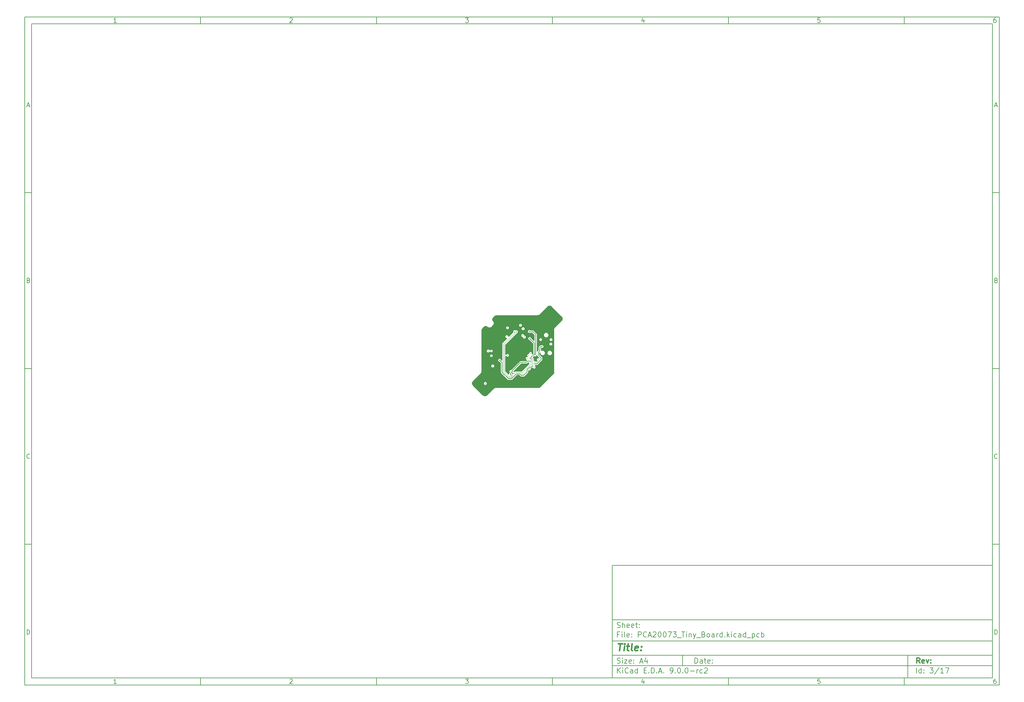
<source format=gbr>
G04 #@! TF.GenerationSoftware,KiCad,Pcbnew,9.0.0-rc2-3baa6cd791~182~ubuntu24.04.1*
G04 #@! TF.CreationDate,2025-02-06T23:09:26-05:00*
G04 #@! TF.ProjectId,PCA20073_Tiny_Board,50434132-3030-4373-935f-54696e795f42,rev?*
G04 #@! TF.SameCoordinates,PX82a22f1PY713a4f2*
G04 #@! TF.FileFunction,Copper,L3,Inr*
G04 #@! TF.FilePolarity,Positive*
%FSLAX46Y46*%
G04 Gerber Fmt 4.6, Leading zero omitted, Abs format (unit mm)*
G04 Created by KiCad (PCBNEW 9.0.0-rc2-3baa6cd791~182~ubuntu24.04.1) date 2025-02-06 23:09:26*
%MOMM*%
%LPD*%
G01*
G04 APERTURE LIST*
%ADD10C,0.100000*%
%ADD11C,0.150000*%
%ADD12C,0.300000*%
%ADD13C,0.400000*%
G04 #@! TA.AperFunction,ViaPad*
%ADD14C,0.300000*%
G04 #@! TD*
G04 #@! TA.AperFunction,ViaPad*
%ADD15C,0.250000*%
G04 #@! TD*
G04 #@! TA.AperFunction,ViaPad*
%ADD16C,0.600000*%
G04 #@! TD*
G04 #@! TA.AperFunction,Conductor*
%ADD17C,0.150000*%
G04 #@! TD*
G04 #@! TA.AperFunction,Conductor*
%ADD18C,0.100000*%
G04 #@! TD*
G04 APERTURE END LIST*
D10*
D11*
X40023015Y-47279278D02*
X148023015Y-47279278D01*
X148023015Y-79279278D01*
X40023015Y-79279278D01*
X40023015Y-47279278D01*
D10*
D11*
X-126979185Y108727922D02*
X150023015Y108727922D01*
X150023015Y-81279278D01*
X-126979185Y-81279278D01*
X-126979185Y108727922D01*
D10*
D11*
X-124979185Y106727922D02*
X148023015Y106727922D01*
X148023015Y-79279278D01*
X-124979185Y-79279278D01*
X-124979185Y106727922D01*
D10*
D11*
X-76979185Y106727922D02*
X-76979185Y108727922D01*
D10*
D11*
X-26979185Y106727922D02*
X-26979185Y108727922D01*
D10*
D11*
X23020815Y106727922D02*
X23020815Y108727922D01*
D10*
D11*
X73020815Y106727922D02*
X73020815Y108727922D01*
D10*
D11*
X123020815Y106727922D02*
X123020815Y108727922D01*
D10*
D11*
X-100890025Y107134318D02*
X-101632882Y107134318D01*
X-101261454Y107134318D02*
X-101261454Y108434318D01*
X-101261454Y108434318D02*
X-101385263Y108248603D01*
X-101385263Y108248603D02*
X-101509073Y108124794D01*
X-101509073Y108124794D02*
X-101632882Y108062889D01*
D10*
D11*
X-51632882Y108310508D02*
X-51570978Y108372413D01*
X-51570978Y108372413D02*
X-51447168Y108434318D01*
X-51447168Y108434318D02*
X-51137644Y108434318D01*
X-51137644Y108434318D02*
X-51013835Y108372413D01*
X-51013835Y108372413D02*
X-50951930Y108310508D01*
X-50951930Y108310508D02*
X-50890025Y108186699D01*
X-50890025Y108186699D02*
X-50890025Y108062889D01*
X-50890025Y108062889D02*
X-50951930Y107877175D01*
X-50951930Y107877175D02*
X-51694787Y107134318D01*
X-51694787Y107134318D02*
X-50890025Y107134318D01*
D10*
D11*
X-1694787Y108434318D02*
X-890025Y108434318D01*
X-890025Y108434318D02*
X-1323359Y107939080D01*
X-1323359Y107939080D02*
X-1137644Y107939080D01*
X-1137644Y107939080D02*
X-1013835Y107877175D01*
X-1013835Y107877175D02*
X-951930Y107815270D01*
X-951930Y107815270D02*
X-890025Y107691461D01*
X-890025Y107691461D02*
X-890025Y107381937D01*
X-890025Y107381937D02*
X-951930Y107258127D01*
X-951930Y107258127D02*
X-1013835Y107196222D01*
X-1013835Y107196222D02*
X-1137644Y107134318D01*
X-1137644Y107134318D02*
X-1509073Y107134318D01*
X-1509073Y107134318D02*
X-1632882Y107196222D01*
X-1632882Y107196222D02*
X-1694787Y107258127D01*
D10*
D11*
X48986165Y108000984D02*
X48986165Y107134318D01*
X48676641Y108496222D02*
X48367118Y107567651D01*
X48367118Y107567651D02*
X49171879Y107567651D01*
D10*
D11*
X99048070Y108434318D02*
X98429022Y108434318D01*
X98429022Y108434318D02*
X98367118Y107815270D01*
X98367118Y107815270D02*
X98429022Y107877175D01*
X98429022Y107877175D02*
X98552832Y107939080D01*
X98552832Y107939080D02*
X98862356Y107939080D01*
X98862356Y107939080D02*
X98986165Y107877175D01*
X98986165Y107877175D02*
X99048070Y107815270D01*
X99048070Y107815270D02*
X99109975Y107691461D01*
X99109975Y107691461D02*
X99109975Y107381937D01*
X99109975Y107381937D02*
X99048070Y107258127D01*
X99048070Y107258127D02*
X98986165Y107196222D01*
X98986165Y107196222D02*
X98862356Y107134318D01*
X98862356Y107134318D02*
X98552832Y107134318D01*
X98552832Y107134318D02*
X98429022Y107196222D01*
X98429022Y107196222D02*
X98367118Y107258127D01*
D10*
D11*
X148986165Y108434318D02*
X148738546Y108434318D01*
X148738546Y108434318D02*
X148614737Y108372413D01*
X148614737Y108372413D02*
X148552832Y108310508D01*
X148552832Y108310508D02*
X148429022Y108124794D01*
X148429022Y108124794D02*
X148367118Y107877175D01*
X148367118Y107877175D02*
X148367118Y107381937D01*
X148367118Y107381937D02*
X148429022Y107258127D01*
X148429022Y107258127D02*
X148490927Y107196222D01*
X148490927Y107196222D02*
X148614737Y107134318D01*
X148614737Y107134318D02*
X148862356Y107134318D01*
X148862356Y107134318D02*
X148986165Y107196222D01*
X148986165Y107196222D02*
X149048070Y107258127D01*
X149048070Y107258127D02*
X149109975Y107381937D01*
X149109975Y107381937D02*
X149109975Y107691461D01*
X149109975Y107691461D02*
X149048070Y107815270D01*
X149048070Y107815270D02*
X148986165Y107877175D01*
X148986165Y107877175D02*
X148862356Y107939080D01*
X148862356Y107939080D02*
X148614737Y107939080D01*
X148614737Y107939080D02*
X148490927Y107877175D01*
X148490927Y107877175D02*
X148429022Y107815270D01*
X148429022Y107815270D02*
X148367118Y107691461D01*
D10*
D11*
X-76979185Y-79279278D02*
X-76979185Y-81279278D01*
D10*
D11*
X-26979185Y-79279278D02*
X-26979185Y-81279278D01*
D10*
D11*
X23020815Y-79279278D02*
X23020815Y-81279278D01*
D10*
D11*
X73020815Y-79279278D02*
X73020815Y-81279278D01*
D10*
D11*
X123020815Y-79279278D02*
X123020815Y-81279278D01*
D10*
D11*
X-100890025Y-80872882D02*
X-101632882Y-80872882D01*
X-101261454Y-80872882D02*
X-101261454Y-79572882D01*
X-101261454Y-79572882D02*
X-101385263Y-79758597D01*
X-101385263Y-79758597D02*
X-101509073Y-79882406D01*
X-101509073Y-79882406D02*
X-101632882Y-79944311D01*
D10*
D11*
X-51632882Y-79696692D02*
X-51570978Y-79634787D01*
X-51570978Y-79634787D02*
X-51447168Y-79572882D01*
X-51447168Y-79572882D02*
X-51137644Y-79572882D01*
X-51137644Y-79572882D02*
X-51013835Y-79634787D01*
X-51013835Y-79634787D02*
X-50951930Y-79696692D01*
X-50951930Y-79696692D02*
X-50890025Y-79820501D01*
X-50890025Y-79820501D02*
X-50890025Y-79944311D01*
X-50890025Y-79944311D02*
X-50951930Y-80130025D01*
X-50951930Y-80130025D02*
X-51694787Y-80872882D01*
X-51694787Y-80872882D02*
X-50890025Y-80872882D01*
D10*
D11*
X-1694787Y-79572882D02*
X-890025Y-79572882D01*
X-890025Y-79572882D02*
X-1323359Y-80068120D01*
X-1323359Y-80068120D02*
X-1137644Y-80068120D01*
X-1137644Y-80068120D02*
X-1013835Y-80130025D01*
X-1013835Y-80130025D02*
X-951930Y-80191930D01*
X-951930Y-80191930D02*
X-890025Y-80315739D01*
X-890025Y-80315739D02*
X-890025Y-80625263D01*
X-890025Y-80625263D02*
X-951930Y-80749073D01*
X-951930Y-80749073D02*
X-1013835Y-80810978D01*
X-1013835Y-80810978D02*
X-1137644Y-80872882D01*
X-1137644Y-80872882D02*
X-1509073Y-80872882D01*
X-1509073Y-80872882D02*
X-1632882Y-80810978D01*
X-1632882Y-80810978D02*
X-1694787Y-80749073D01*
D10*
D11*
X48986165Y-80006216D02*
X48986165Y-80872882D01*
X48676641Y-79510978D02*
X48367118Y-80439549D01*
X48367118Y-80439549D02*
X49171879Y-80439549D01*
D10*
D11*
X99048070Y-79572882D02*
X98429022Y-79572882D01*
X98429022Y-79572882D02*
X98367118Y-80191930D01*
X98367118Y-80191930D02*
X98429022Y-80130025D01*
X98429022Y-80130025D02*
X98552832Y-80068120D01*
X98552832Y-80068120D02*
X98862356Y-80068120D01*
X98862356Y-80068120D02*
X98986165Y-80130025D01*
X98986165Y-80130025D02*
X99048070Y-80191930D01*
X99048070Y-80191930D02*
X99109975Y-80315739D01*
X99109975Y-80315739D02*
X99109975Y-80625263D01*
X99109975Y-80625263D02*
X99048070Y-80749073D01*
X99048070Y-80749073D02*
X98986165Y-80810978D01*
X98986165Y-80810978D02*
X98862356Y-80872882D01*
X98862356Y-80872882D02*
X98552832Y-80872882D01*
X98552832Y-80872882D02*
X98429022Y-80810978D01*
X98429022Y-80810978D02*
X98367118Y-80749073D01*
D10*
D11*
X148986165Y-79572882D02*
X148738546Y-79572882D01*
X148738546Y-79572882D02*
X148614737Y-79634787D01*
X148614737Y-79634787D02*
X148552832Y-79696692D01*
X148552832Y-79696692D02*
X148429022Y-79882406D01*
X148429022Y-79882406D02*
X148367118Y-80130025D01*
X148367118Y-80130025D02*
X148367118Y-80625263D01*
X148367118Y-80625263D02*
X148429022Y-80749073D01*
X148429022Y-80749073D02*
X148490927Y-80810978D01*
X148490927Y-80810978D02*
X148614737Y-80872882D01*
X148614737Y-80872882D02*
X148862356Y-80872882D01*
X148862356Y-80872882D02*
X148986165Y-80810978D01*
X148986165Y-80810978D02*
X149048070Y-80749073D01*
X149048070Y-80749073D02*
X149109975Y-80625263D01*
X149109975Y-80625263D02*
X149109975Y-80315739D01*
X149109975Y-80315739D02*
X149048070Y-80191930D01*
X149048070Y-80191930D02*
X148986165Y-80130025D01*
X148986165Y-80130025D02*
X148862356Y-80068120D01*
X148862356Y-80068120D02*
X148614737Y-80068120D01*
X148614737Y-80068120D02*
X148490927Y-80130025D01*
X148490927Y-80130025D02*
X148429022Y-80191930D01*
X148429022Y-80191930D02*
X148367118Y-80315739D01*
D10*
D11*
X-126979185Y58727922D02*
X-124979185Y58727922D01*
D10*
D11*
X-126979185Y8727922D02*
X-124979185Y8727922D01*
D10*
D11*
X-126979185Y-41272078D02*
X-124979185Y-41272078D01*
D10*
D11*
X-126288709Y83505746D02*
X-125669662Y83505746D01*
X-126412519Y83134318D02*
X-125979186Y84434318D01*
X-125979186Y84434318D02*
X-125545852Y83134318D01*
D10*
D11*
X-125886328Y33815270D02*
X-125700614Y33753365D01*
X-125700614Y33753365D02*
X-125638709Y33691461D01*
X-125638709Y33691461D02*
X-125576805Y33567651D01*
X-125576805Y33567651D02*
X-125576805Y33381937D01*
X-125576805Y33381937D02*
X-125638709Y33258127D01*
X-125638709Y33258127D02*
X-125700614Y33196222D01*
X-125700614Y33196222D02*
X-125824424Y33134318D01*
X-125824424Y33134318D02*
X-126319662Y33134318D01*
X-126319662Y33134318D02*
X-126319662Y34434318D01*
X-126319662Y34434318D02*
X-125886328Y34434318D01*
X-125886328Y34434318D02*
X-125762519Y34372413D01*
X-125762519Y34372413D02*
X-125700614Y34310508D01*
X-125700614Y34310508D02*
X-125638709Y34186699D01*
X-125638709Y34186699D02*
X-125638709Y34062889D01*
X-125638709Y34062889D02*
X-125700614Y33939080D01*
X-125700614Y33939080D02*
X-125762519Y33877175D01*
X-125762519Y33877175D02*
X-125886328Y33815270D01*
X-125886328Y33815270D02*
X-126319662Y33815270D01*
D10*
D11*
X-125576805Y-16741873D02*
X-125638709Y-16803778D01*
X-125638709Y-16803778D02*
X-125824424Y-16865682D01*
X-125824424Y-16865682D02*
X-125948233Y-16865682D01*
X-125948233Y-16865682D02*
X-126133947Y-16803778D01*
X-126133947Y-16803778D02*
X-126257757Y-16679968D01*
X-126257757Y-16679968D02*
X-126319662Y-16556158D01*
X-126319662Y-16556158D02*
X-126381566Y-16308539D01*
X-126381566Y-16308539D02*
X-126381566Y-16122825D01*
X-126381566Y-16122825D02*
X-126319662Y-15875206D01*
X-126319662Y-15875206D02*
X-126257757Y-15751397D01*
X-126257757Y-15751397D02*
X-126133947Y-15627587D01*
X-126133947Y-15627587D02*
X-125948233Y-15565682D01*
X-125948233Y-15565682D02*
X-125824424Y-15565682D01*
X-125824424Y-15565682D02*
X-125638709Y-15627587D01*
X-125638709Y-15627587D02*
X-125576805Y-15689492D01*
D10*
D11*
X-126319662Y-66865682D02*
X-126319662Y-65565682D01*
X-126319662Y-65565682D02*
X-126010138Y-65565682D01*
X-126010138Y-65565682D02*
X-125824424Y-65627587D01*
X-125824424Y-65627587D02*
X-125700614Y-65751397D01*
X-125700614Y-65751397D02*
X-125638709Y-65875206D01*
X-125638709Y-65875206D02*
X-125576805Y-66122825D01*
X-125576805Y-66122825D02*
X-125576805Y-66308539D01*
X-125576805Y-66308539D02*
X-125638709Y-66556158D01*
X-125638709Y-66556158D02*
X-125700614Y-66679968D01*
X-125700614Y-66679968D02*
X-125824424Y-66803778D01*
X-125824424Y-66803778D02*
X-126010138Y-66865682D01*
X-126010138Y-66865682D02*
X-126319662Y-66865682D01*
D10*
D11*
X150023015Y58727922D02*
X148023015Y58727922D01*
D10*
D11*
X150023015Y8727922D02*
X148023015Y8727922D01*
D10*
D11*
X150023015Y-41272078D02*
X148023015Y-41272078D01*
D10*
D11*
X148713491Y83505746D02*
X149332538Y83505746D01*
X148589681Y83134318D02*
X149023014Y84434318D01*
X149023014Y84434318D02*
X149456348Y83134318D01*
D10*
D11*
X149115872Y33815270D02*
X149301586Y33753365D01*
X149301586Y33753365D02*
X149363491Y33691461D01*
X149363491Y33691461D02*
X149425395Y33567651D01*
X149425395Y33567651D02*
X149425395Y33381937D01*
X149425395Y33381937D02*
X149363491Y33258127D01*
X149363491Y33258127D02*
X149301586Y33196222D01*
X149301586Y33196222D02*
X149177776Y33134318D01*
X149177776Y33134318D02*
X148682538Y33134318D01*
X148682538Y33134318D02*
X148682538Y34434318D01*
X148682538Y34434318D02*
X149115872Y34434318D01*
X149115872Y34434318D02*
X149239681Y34372413D01*
X149239681Y34372413D02*
X149301586Y34310508D01*
X149301586Y34310508D02*
X149363491Y34186699D01*
X149363491Y34186699D02*
X149363491Y34062889D01*
X149363491Y34062889D02*
X149301586Y33939080D01*
X149301586Y33939080D02*
X149239681Y33877175D01*
X149239681Y33877175D02*
X149115872Y33815270D01*
X149115872Y33815270D02*
X148682538Y33815270D01*
D10*
D11*
X149425395Y-16741873D02*
X149363491Y-16803778D01*
X149363491Y-16803778D02*
X149177776Y-16865682D01*
X149177776Y-16865682D02*
X149053967Y-16865682D01*
X149053967Y-16865682D02*
X148868253Y-16803778D01*
X148868253Y-16803778D02*
X148744443Y-16679968D01*
X148744443Y-16679968D02*
X148682538Y-16556158D01*
X148682538Y-16556158D02*
X148620634Y-16308539D01*
X148620634Y-16308539D02*
X148620634Y-16122825D01*
X148620634Y-16122825D02*
X148682538Y-15875206D01*
X148682538Y-15875206D02*
X148744443Y-15751397D01*
X148744443Y-15751397D02*
X148868253Y-15627587D01*
X148868253Y-15627587D02*
X149053967Y-15565682D01*
X149053967Y-15565682D02*
X149177776Y-15565682D01*
X149177776Y-15565682D02*
X149363491Y-15627587D01*
X149363491Y-15627587D02*
X149425395Y-15689492D01*
D10*
D11*
X148682538Y-66865682D02*
X148682538Y-65565682D01*
X148682538Y-65565682D02*
X148992062Y-65565682D01*
X148992062Y-65565682D02*
X149177776Y-65627587D01*
X149177776Y-65627587D02*
X149301586Y-65751397D01*
X149301586Y-65751397D02*
X149363491Y-65875206D01*
X149363491Y-65875206D02*
X149425395Y-66122825D01*
X149425395Y-66122825D02*
X149425395Y-66308539D01*
X149425395Y-66308539D02*
X149363491Y-66556158D01*
X149363491Y-66556158D02*
X149301586Y-66679968D01*
X149301586Y-66679968D02*
X149177776Y-66803778D01*
X149177776Y-66803778D02*
X148992062Y-66865682D01*
X148992062Y-66865682D02*
X148682538Y-66865682D01*
D10*
D11*
X63478841Y-75065406D02*
X63478841Y-73565406D01*
X63478841Y-73565406D02*
X63835984Y-73565406D01*
X63835984Y-73565406D02*
X64050270Y-73636835D01*
X64050270Y-73636835D02*
X64193127Y-73779692D01*
X64193127Y-73779692D02*
X64264556Y-73922549D01*
X64264556Y-73922549D02*
X64335984Y-74208263D01*
X64335984Y-74208263D02*
X64335984Y-74422549D01*
X64335984Y-74422549D02*
X64264556Y-74708263D01*
X64264556Y-74708263D02*
X64193127Y-74851120D01*
X64193127Y-74851120D02*
X64050270Y-74993978D01*
X64050270Y-74993978D02*
X63835984Y-75065406D01*
X63835984Y-75065406D02*
X63478841Y-75065406D01*
X65621699Y-75065406D02*
X65621699Y-74279692D01*
X65621699Y-74279692D02*
X65550270Y-74136835D01*
X65550270Y-74136835D02*
X65407413Y-74065406D01*
X65407413Y-74065406D02*
X65121699Y-74065406D01*
X65121699Y-74065406D02*
X64978841Y-74136835D01*
X65621699Y-74993978D02*
X65478841Y-75065406D01*
X65478841Y-75065406D02*
X65121699Y-75065406D01*
X65121699Y-75065406D02*
X64978841Y-74993978D01*
X64978841Y-74993978D02*
X64907413Y-74851120D01*
X64907413Y-74851120D02*
X64907413Y-74708263D01*
X64907413Y-74708263D02*
X64978841Y-74565406D01*
X64978841Y-74565406D02*
X65121699Y-74493978D01*
X65121699Y-74493978D02*
X65478841Y-74493978D01*
X65478841Y-74493978D02*
X65621699Y-74422549D01*
X66121699Y-74065406D02*
X66693127Y-74065406D01*
X66335984Y-73565406D02*
X66335984Y-74851120D01*
X66335984Y-74851120D02*
X66407413Y-74993978D01*
X66407413Y-74993978D02*
X66550270Y-75065406D01*
X66550270Y-75065406D02*
X66693127Y-75065406D01*
X67764556Y-74993978D02*
X67621699Y-75065406D01*
X67621699Y-75065406D02*
X67335985Y-75065406D01*
X67335985Y-75065406D02*
X67193127Y-74993978D01*
X67193127Y-74993978D02*
X67121699Y-74851120D01*
X67121699Y-74851120D02*
X67121699Y-74279692D01*
X67121699Y-74279692D02*
X67193127Y-74136835D01*
X67193127Y-74136835D02*
X67335985Y-74065406D01*
X67335985Y-74065406D02*
X67621699Y-74065406D01*
X67621699Y-74065406D02*
X67764556Y-74136835D01*
X67764556Y-74136835D02*
X67835985Y-74279692D01*
X67835985Y-74279692D02*
X67835985Y-74422549D01*
X67835985Y-74422549D02*
X67121699Y-74565406D01*
X68478841Y-74922549D02*
X68550270Y-74993978D01*
X68550270Y-74993978D02*
X68478841Y-75065406D01*
X68478841Y-75065406D02*
X68407413Y-74993978D01*
X68407413Y-74993978D02*
X68478841Y-74922549D01*
X68478841Y-74922549D02*
X68478841Y-75065406D01*
X68478841Y-74136835D02*
X68550270Y-74208263D01*
X68550270Y-74208263D02*
X68478841Y-74279692D01*
X68478841Y-74279692D02*
X68407413Y-74208263D01*
X68407413Y-74208263D02*
X68478841Y-74136835D01*
X68478841Y-74136835D02*
X68478841Y-74279692D01*
D10*
D11*
X40023015Y-75779278D02*
X148023015Y-75779278D01*
D10*
D11*
X41478841Y-77865406D02*
X41478841Y-76365406D01*
X42335984Y-77865406D02*
X41693127Y-77008263D01*
X42335984Y-76365406D02*
X41478841Y-77222549D01*
X42978841Y-77865406D02*
X42978841Y-76865406D01*
X42978841Y-76365406D02*
X42907413Y-76436835D01*
X42907413Y-76436835D02*
X42978841Y-76508263D01*
X42978841Y-76508263D02*
X43050270Y-76436835D01*
X43050270Y-76436835D02*
X42978841Y-76365406D01*
X42978841Y-76365406D02*
X42978841Y-76508263D01*
X44550270Y-77722549D02*
X44478842Y-77793978D01*
X44478842Y-77793978D02*
X44264556Y-77865406D01*
X44264556Y-77865406D02*
X44121699Y-77865406D01*
X44121699Y-77865406D02*
X43907413Y-77793978D01*
X43907413Y-77793978D02*
X43764556Y-77651120D01*
X43764556Y-77651120D02*
X43693127Y-77508263D01*
X43693127Y-77508263D02*
X43621699Y-77222549D01*
X43621699Y-77222549D02*
X43621699Y-77008263D01*
X43621699Y-77008263D02*
X43693127Y-76722549D01*
X43693127Y-76722549D02*
X43764556Y-76579692D01*
X43764556Y-76579692D02*
X43907413Y-76436835D01*
X43907413Y-76436835D02*
X44121699Y-76365406D01*
X44121699Y-76365406D02*
X44264556Y-76365406D01*
X44264556Y-76365406D02*
X44478842Y-76436835D01*
X44478842Y-76436835D02*
X44550270Y-76508263D01*
X45835985Y-77865406D02*
X45835985Y-77079692D01*
X45835985Y-77079692D02*
X45764556Y-76936835D01*
X45764556Y-76936835D02*
X45621699Y-76865406D01*
X45621699Y-76865406D02*
X45335985Y-76865406D01*
X45335985Y-76865406D02*
X45193127Y-76936835D01*
X45835985Y-77793978D02*
X45693127Y-77865406D01*
X45693127Y-77865406D02*
X45335985Y-77865406D01*
X45335985Y-77865406D02*
X45193127Y-77793978D01*
X45193127Y-77793978D02*
X45121699Y-77651120D01*
X45121699Y-77651120D02*
X45121699Y-77508263D01*
X45121699Y-77508263D02*
X45193127Y-77365406D01*
X45193127Y-77365406D02*
X45335985Y-77293978D01*
X45335985Y-77293978D02*
X45693127Y-77293978D01*
X45693127Y-77293978D02*
X45835985Y-77222549D01*
X47193128Y-77865406D02*
X47193128Y-76365406D01*
X47193128Y-77793978D02*
X47050270Y-77865406D01*
X47050270Y-77865406D02*
X46764556Y-77865406D01*
X46764556Y-77865406D02*
X46621699Y-77793978D01*
X46621699Y-77793978D02*
X46550270Y-77722549D01*
X46550270Y-77722549D02*
X46478842Y-77579692D01*
X46478842Y-77579692D02*
X46478842Y-77151120D01*
X46478842Y-77151120D02*
X46550270Y-77008263D01*
X46550270Y-77008263D02*
X46621699Y-76936835D01*
X46621699Y-76936835D02*
X46764556Y-76865406D01*
X46764556Y-76865406D02*
X47050270Y-76865406D01*
X47050270Y-76865406D02*
X47193128Y-76936835D01*
X49050270Y-77079692D02*
X49550270Y-77079692D01*
X49764556Y-77865406D02*
X49050270Y-77865406D01*
X49050270Y-77865406D02*
X49050270Y-76365406D01*
X49050270Y-76365406D02*
X49764556Y-76365406D01*
X50407413Y-77722549D02*
X50478842Y-77793978D01*
X50478842Y-77793978D02*
X50407413Y-77865406D01*
X50407413Y-77865406D02*
X50335985Y-77793978D01*
X50335985Y-77793978D02*
X50407413Y-77722549D01*
X50407413Y-77722549D02*
X50407413Y-77865406D01*
X51121699Y-77865406D02*
X51121699Y-76365406D01*
X51121699Y-76365406D02*
X51478842Y-76365406D01*
X51478842Y-76365406D02*
X51693128Y-76436835D01*
X51693128Y-76436835D02*
X51835985Y-76579692D01*
X51835985Y-76579692D02*
X51907414Y-76722549D01*
X51907414Y-76722549D02*
X51978842Y-77008263D01*
X51978842Y-77008263D02*
X51978842Y-77222549D01*
X51978842Y-77222549D02*
X51907414Y-77508263D01*
X51907414Y-77508263D02*
X51835985Y-77651120D01*
X51835985Y-77651120D02*
X51693128Y-77793978D01*
X51693128Y-77793978D02*
X51478842Y-77865406D01*
X51478842Y-77865406D02*
X51121699Y-77865406D01*
X52621699Y-77722549D02*
X52693128Y-77793978D01*
X52693128Y-77793978D02*
X52621699Y-77865406D01*
X52621699Y-77865406D02*
X52550271Y-77793978D01*
X52550271Y-77793978D02*
X52621699Y-77722549D01*
X52621699Y-77722549D02*
X52621699Y-77865406D01*
X53264557Y-77436835D02*
X53978843Y-77436835D01*
X53121700Y-77865406D02*
X53621700Y-76365406D01*
X53621700Y-76365406D02*
X54121700Y-77865406D01*
X54621699Y-77722549D02*
X54693128Y-77793978D01*
X54693128Y-77793978D02*
X54621699Y-77865406D01*
X54621699Y-77865406D02*
X54550271Y-77793978D01*
X54550271Y-77793978D02*
X54621699Y-77722549D01*
X54621699Y-77722549D02*
X54621699Y-77865406D01*
X56550271Y-77865406D02*
X56835985Y-77865406D01*
X56835985Y-77865406D02*
X56978842Y-77793978D01*
X56978842Y-77793978D02*
X57050271Y-77722549D01*
X57050271Y-77722549D02*
X57193128Y-77508263D01*
X57193128Y-77508263D02*
X57264557Y-77222549D01*
X57264557Y-77222549D02*
X57264557Y-76651120D01*
X57264557Y-76651120D02*
X57193128Y-76508263D01*
X57193128Y-76508263D02*
X57121700Y-76436835D01*
X57121700Y-76436835D02*
X56978842Y-76365406D01*
X56978842Y-76365406D02*
X56693128Y-76365406D01*
X56693128Y-76365406D02*
X56550271Y-76436835D01*
X56550271Y-76436835D02*
X56478842Y-76508263D01*
X56478842Y-76508263D02*
X56407414Y-76651120D01*
X56407414Y-76651120D02*
X56407414Y-77008263D01*
X56407414Y-77008263D02*
X56478842Y-77151120D01*
X56478842Y-77151120D02*
X56550271Y-77222549D01*
X56550271Y-77222549D02*
X56693128Y-77293978D01*
X56693128Y-77293978D02*
X56978842Y-77293978D01*
X56978842Y-77293978D02*
X57121700Y-77222549D01*
X57121700Y-77222549D02*
X57193128Y-77151120D01*
X57193128Y-77151120D02*
X57264557Y-77008263D01*
X57907413Y-77722549D02*
X57978842Y-77793978D01*
X57978842Y-77793978D02*
X57907413Y-77865406D01*
X57907413Y-77865406D02*
X57835985Y-77793978D01*
X57835985Y-77793978D02*
X57907413Y-77722549D01*
X57907413Y-77722549D02*
X57907413Y-77865406D01*
X58907414Y-76365406D02*
X59050271Y-76365406D01*
X59050271Y-76365406D02*
X59193128Y-76436835D01*
X59193128Y-76436835D02*
X59264557Y-76508263D01*
X59264557Y-76508263D02*
X59335985Y-76651120D01*
X59335985Y-76651120D02*
X59407414Y-76936835D01*
X59407414Y-76936835D02*
X59407414Y-77293978D01*
X59407414Y-77293978D02*
X59335985Y-77579692D01*
X59335985Y-77579692D02*
X59264557Y-77722549D01*
X59264557Y-77722549D02*
X59193128Y-77793978D01*
X59193128Y-77793978D02*
X59050271Y-77865406D01*
X59050271Y-77865406D02*
X58907414Y-77865406D01*
X58907414Y-77865406D02*
X58764557Y-77793978D01*
X58764557Y-77793978D02*
X58693128Y-77722549D01*
X58693128Y-77722549D02*
X58621699Y-77579692D01*
X58621699Y-77579692D02*
X58550271Y-77293978D01*
X58550271Y-77293978D02*
X58550271Y-76936835D01*
X58550271Y-76936835D02*
X58621699Y-76651120D01*
X58621699Y-76651120D02*
X58693128Y-76508263D01*
X58693128Y-76508263D02*
X58764557Y-76436835D01*
X58764557Y-76436835D02*
X58907414Y-76365406D01*
X60050270Y-77722549D02*
X60121699Y-77793978D01*
X60121699Y-77793978D02*
X60050270Y-77865406D01*
X60050270Y-77865406D02*
X59978842Y-77793978D01*
X59978842Y-77793978D02*
X60050270Y-77722549D01*
X60050270Y-77722549D02*
X60050270Y-77865406D01*
X61050271Y-76365406D02*
X61193128Y-76365406D01*
X61193128Y-76365406D02*
X61335985Y-76436835D01*
X61335985Y-76436835D02*
X61407414Y-76508263D01*
X61407414Y-76508263D02*
X61478842Y-76651120D01*
X61478842Y-76651120D02*
X61550271Y-76936835D01*
X61550271Y-76936835D02*
X61550271Y-77293978D01*
X61550271Y-77293978D02*
X61478842Y-77579692D01*
X61478842Y-77579692D02*
X61407414Y-77722549D01*
X61407414Y-77722549D02*
X61335985Y-77793978D01*
X61335985Y-77793978D02*
X61193128Y-77865406D01*
X61193128Y-77865406D02*
X61050271Y-77865406D01*
X61050271Y-77865406D02*
X60907414Y-77793978D01*
X60907414Y-77793978D02*
X60835985Y-77722549D01*
X60835985Y-77722549D02*
X60764556Y-77579692D01*
X60764556Y-77579692D02*
X60693128Y-77293978D01*
X60693128Y-77293978D02*
X60693128Y-76936835D01*
X60693128Y-76936835D02*
X60764556Y-76651120D01*
X60764556Y-76651120D02*
X60835985Y-76508263D01*
X60835985Y-76508263D02*
X60907414Y-76436835D01*
X60907414Y-76436835D02*
X61050271Y-76365406D01*
X62193127Y-77293978D02*
X63335985Y-77293978D01*
X64050270Y-77865406D02*
X64050270Y-76865406D01*
X64050270Y-77151120D02*
X64121699Y-77008263D01*
X64121699Y-77008263D02*
X64193128Y-76936835D01*
X64193128Y-76936835D02*
X64335985Y-76865406D01*
X64335985Y-76865406D02*
X64478842Y-76865406D01*
X65621699Y-77793978D02*
X65478841Y-77865406D01*
X65478841Y-77865406D02*
X65193127Y-77865406D01*
X65193127Y-77865406D02*
X65050270Y-77793978D01*
X65050270Y-77793978D02*
X64978841Y-77722549D01*
X64978841Y-77722549D02*
X64907413Y-77579692D01*
X64907413Y-77579692D02*
X64907413Y-77151120D01*
X64907413Y-77151120D02*
X64978841Y-77008263D01*
X64978841Y-77008263D02*
X65050270Y-76936835D01*
X65050270Y-76936835D02*
X65193127Y-76865406D01*
X65193127Y-76865406D02*
X65478841Y-76865406D01*
X65478841Y-76865406D02*
X65621699Y-76936835D01*
X66193127Y-76508263D02*
X66264555Y-76436835D01*
X66264555Y-76436835D02*
X66407413Y-76365406D01*
X66407413Y-76365406D02*
X66764555Y-76365406D01*
X66764555Y-76365406D02*
X66907413Y-76436835D01*
X66907413Y-76436835D02*
X66978841Y-76508263D01*
X66978841Y-76508263D02*
X67050270Y-76651120D01*
X67050270Y-76651120D02*
X67050270Y-76793978D01*
X67050270Y-76793978D02*
X66978841Y-77008263D01*
X66978841Y-77008263D02*
X66121698Y-77865406D01*
X66121698Y-77865406D02*
X67050270Y-77865406D01*
D10*
D11*
X40023015Y-72779278D02*
X148023015Y-72779278D01*
D10*
D12*
X127434668Y-75057606D02*
X126934668Y-74343320D01*
X126577525Y-75057606D02*
X126577525Y-73557606D01*
X126577525Y-73557606D02*
X127148954Y-73557606D01*
X127148954Y-73557606D02*
X127291811Y-73629035D01*
X127291811Y-73629035D02*
X127363240Y-73700463D01*
X127363240Y-73700463D02*
X127434668Y-73843320D01*
X127434668Y-73843320D02*
X127434668Y-74057606D01*
X127434668Y-74057606D02*
X127363240Y-74200463D01*
X127363240Y-74200463D02*
X127291811Y-74271892D01*
X127291811Y-74271892D02*
X127148954Y-74343320D01*
X127148954Y-74343320D02*
X126577525Y-74343320D01*
X128648954Y-74986178D02*
X128506097Y-75057606D01*
X128506097Y-75057606D02*
X128220383Y-75057606D01*
X128220383Y-75057606D02*
X128077525Y-74986178D01*
X128077525Y-74986178D02*
X128006097Y-74843320D01*
X128006097Y-74843320D02*
X128006097Y-74271892D01*
X128006097Y-74271892D02*
X128077525Y-74129035D01*
X128077525Y-74129035D02*
X128220383Y-74057606D01*
X128220383Y-74057606D02*
X128506097Y-74057606D01*
X128506097Y-74057606D02*
X128648954Y-74129035D01*
X128648954Y-74129035D02*
X128720383Y-74271892D01*
X128720383Y-74271892D02*
X128720383Y-74414749D01*
X128720383Y-74414749D02*
X128006097Y-74557606D01*
X129220382Y-74057606D02*
X129577525Y-75057606D01*
X129577525Y-75057606D02*
X129934668Y-74057606D01*
X130506096Y-74914749D02*
X130577525Y-74986178D01*
X130577525Y-74986178D02*
X130506096Y-75057606D01*
X130506096Y-75057606D02*
X130434668Y-74986178D01*
X130434668Y-74986178D02*
X130506096Y-74914749D01*
X130506096Y-74914749D02*
X130506096Y-75057606D01*
X130506096Y-74129035D02*
X130577525Y-74200463D01*
X130577525Y-74200463D02*
X130506096Y-74271892D01*
X130506096Y-74271892D02*
X130434668Y-74200463D01*
X130434668Y-74200463D02*
X130506096Y-74129035D01*
X130506096Y-74129035D02*
X130506096Y-74271892D01*
D10*
D11*
X41407413Y-74993978D02*
X41621699Y-75065406D01*
X41621699Y-75065406D02*
X41978841Y-75065406D01*
X41978841Y-75065406D02*
X42121699Y-74993978D01*
X42121699Y-74993978D02*
X42193127Y-74922549D01*
X42193127Y-74922549D02*
X42264556Y-74779692D01*
X42264556Y-74779692D02*
X42264556Y-74636835D01*
X42264556Y-74636835D02*
X42193127Y-74493978D01*
X42193127Y-74493978D02*
X42121699Y-74422549D01*
X42121699Y-74422549D02*
X41978841Y-74351120D01*
X41978841Y-74351120D02*
X41693127Y-74279692D01*
X41693127Y-74279692D02*
X41550270Y-74208263D01*
X41550270Y-74208263D02*
X41478841Y-74136835D01*
X41478841Y-74136835D02*
X41407413Y-73993978D01*
X41407413Y-73993978D02*
X41407413Y-73851120D01*
X41407413Y-73851120D02*
X41478841Y-73708263D01*
X41478841Y-73708263D02*
X41550270Y-73636835D01*
X41550270Y-73636835D02*
X41693127Y-73565406D01*
X41693127Y-73565406D02*
X42050270Y-73565406D01*
X42050270Y-73565406D02*
X42264556Y-73636835D01*
X42907412Y-75065406D02*
X42907412Y-74065406D01*
X42907412Y-73565406D02*
X42835984Y-73636835D01*
X42835984Y-73636835D02*
X42907412Y-73708263D01*
X42907412Y-73708263D02*
X42978841Y-73636835D01*
X42978841Y-73636835D02*
X42907412Y-73565406D01*
X42907412Y-73565406D02*
X42907412Y-73708263D01*
X43478841Y-74065406D02*
X44264556Y-74065406D01*
X44264556Y-74065406D02*
X43478841Y-75065406D01*
X43478841Y-75065406D02*
X44264556Y-75065406D01*
X45407413Y-74993978D02*
X45264556Y-75065406D01*
X45264556Y-75065406D02*
X44978842Y-75065406D01*
X44978842Y-75065406D02*
X44835984Y-74993978D01*
X44835984Y-74993978D02*
X44764556Y-74851120D01*
X44764556Y-74851120D02*
X44764556Y-74279692D01*
X44764556Y-74279692D02*
X44835984Y-74136835D01*
X44835984Y-74136835D02*
X44978842Y-74065406D01*
X44978842Y-74065406D02*
X45264556Y-74065406D01*
X45264556Y-74065406D02*
X45407413Y-74136835D01*
X45407413Y-74136835D02*
X45478842Y-74279692D01*
X45478842Y-74279692D02*
X45478842Y-74422549D01*
X45478842Y-74422549D02*
X44764556Y-74565406D01*
X46121698Y-74922549D02*
X46193127Y-74993978D01*
X46193127Y-74993978D02*
X46121698Y-75065406D01*
X46121698Y-75065406D02*
X46050270Y-74993978D01*
X46050270Y-74993978D02*
X46121698Y-74922549D01*
X46121698Y-74922549D02*
X46121698Y-75065406D01*
X46121698Y-74136835D02*
X46193127Y-74208263D01*
X46193127Y-74208263D02*
X46121698Y-74279692D01*
X46121698Y-74279692D02*
X46050270Y-74208263D01*
X46050270Y-74208263D02*
X46121698Y-74136835D01*
X46121698Y-74136835D02*
X46121698Y-74279692D01*
X47907413Y-74636835D02*
X48621699Y-74636835D01*
X47764556Y-75065406D02*
X48264556Y-73565406D01*
X48264556Y-73565406D02*
X48764556Y-75065406D01*
X49907413Y-74065406D02*
X49907413Y-75065406D01*
X49550270Y-73493978D02*
X49193127Y-74565406D01*
X49193127Y-74565406D02*
X50121698Y-74565406D01*
D10*
D11*
X126478841Y-77865406D02*
X126478841Y-76365406D01*
X127835985Y-77865406D02*
X127835985Y-76365406D01*
X127835985Y-77793978D02*
X127693127Y-77865406D01*
X127693127Y-77865406D02*
X127407413Y-77865406D01*
X127407413Y-77865406D02*
X127264556Y-77793978D01*
X127264556Y-77793978D02*
X127193127Y-77722549D01*
X127193127Y-77722549D02*
X127121699Y-77579692D01*
X127121699Y-77579692D02*
X127121699Y-77151120D01*
X127121699Y-77151120D02*
X127193127Y-77008263D01*
X127193127Y-77008263D02*
X127264556Y-76936835D01*
X127264556Y-76936835D02*
X127407413Y-76865406D01*
X127407413Y-76865406D02*
X127693127Y-76865406D01*
X127693127Y-76865406D02*
X127835985Y-76936835D01*
X128550270Y-77722549D02*
X128621699Y-77793978D01*
X128621699Y-77793978D02*
X128550270Y-77865406D01*
X128550270Y-77865406D02*
X128478842Y-77793978D01*
X128478842Y-77793978D02*
X128550270Y-77722549D01*
X128550270Y-77722549D02*
X128550270Y-77865406D01*
X128550270Y-76936835D02*
X128621699Y-77008263D01*
X128621699Y-77008263D02*
X128550270Y-77079692D01*
X128550270Y-77079692D02*
X128478842Y-77008263D01*
X128478842Y-77008263D02*
X128550270Y-76936835D01*
X128550270Y-76936835D02*
X128550270Y-77079692D01*
X130264556Y-76365406D02*
X131193128Y-76365406D01*
X131193128Y-76365406D02*
X130693128Y-76936835D01*
X130693128Y-76936835D02*
X130907413Y-76936835D01*
X130907413Y-76936835D02*
X131050271Y-77008263D01*
X131050271Y-77008263D02*
X131121699Y-77079692D01*
X131121699Y-77079692D02*
X131193128Y-77222549D01*
X131193128Y-77222549D02*
X131193128Y-77579692D01*
X131193128Y-77579692D02*
X131121699Y-77722549D01*
X131121699Y-77722549D02*
X131050271Y-77793978D01*
X131050271Y-77793978D02*
X130907413Y-77865406D01*
X130907413Y-77865406D02*
X130478842Y-77865406D01*
X130478842Y-77865406D02*
X130335985Y-77793978D01*
X130335985Y-77793978D02*
X130264556Y-77722549D01*
X132907413Y-76293978D02*
X131621699Y-78222549D01*
X134193128Y-77865406D02*
X133335985Y-77865406D01*
X133764556Y-77865406D02*
X133764556Y-76365406D01*
X133764556Y-76365406D02*
X133621699Y-76579692D01*
X133621699Y-76579692D02*
X133478842Y-76722549D01*
X133478842Y-76722549D02*
X133335985Y-76793978D01*
X134693127Y-76365406D02*
X135693127Y-76365406D01*
X135693127Y-76365406D02*
X135050270Y-77865406D01*
D10*
D11*
X40023015Y-68779278D02*
X148023015Y-68779278D01*
D10*
D13*
X41714743Y-69483716D02*
X42857600Y-69483716D01*
X42036172Y-71483716D02*
X42286172Y-69483716D01*
X43274267Y-71483716D02*
X43440934Y-70150382D01*
X43524267Y-69483716D02*
X43417124Y-69578954D01*
X43417124Y-69578954D02*
X43500458Y-69674192D01*
X43500458Y-69674192D02*
X43607601Y-69578954D01*
X43607601Y-69578954D02*
X43524267Y-69483716D01*
X43524267Y-69483716D02*
X43500458Y-69674192D01*
X44107601Y-70150382D02*
X44869505Y-70150382D01*
X44476648Y-69483716D02*
X44262363Y-71198001D01*
X44262363Y-71198001D02*
X44333791Y-71388478D01*
X44333791Y-71388478D02*
X44512363Y-71483716D01*
X44512363Y-71483716D02*
X44702839Y-71483716D01*
X45655220Y-71483716D02*
X45476648Y-71388478D01*
X45476648Y-71388478D02*
X45405220Y-71198001D01*
X45405220Y-71198001D02*
X45619505Y-69483716D01*
X47190934Y-71388478D02*
X46988553Y-71483716D01*
X46988553Y-71483716D02*
X46607600Y-71483716D01*
X46607600Y-71483716D02*
X46429029Y-71388478D01*
X46429029Y-71388478D02*
X46357600Y-71198001D01*
X46357600Y-71198001D02*
X46452839Y-70436097D01*
X46452839Y-70436097D02*
X46571886Y-70245620D01*
X46571886Y-70245620D02*
X46774267Y-70150382D01*
X46774267Y-70150382D02*
X47155219Y-70150382D01*
X47155219Y-70150382D02*
X47333791Y-70245620D01*
X47333791Y-70245620D02*
X47405219Y-70436097D01*
X47405219Y-70436097D02*
X47381410Y-70626573D01*
X47381410Y-70626573D02*
X46405219Y-70817049D01*
X48155220Y-71293239D02*
X48238553Y-71388478D01*
X48238553Y-71388478D02*
X48131410Y-71483716D01*
X48131410Y-71483716D02*
X48048077Y-71388478D01*
X48048077Y-71388478D02*
X48155220Y-71293239D01*
X48155220Y-71293239D02*
X48131410Y-71483716D01*
X48286172Y-70245620D02*
X48369505Y-70340858D01*
X48369505Y-70340858D02*
X48262363Y-70436097D01*
X48262363Y-70436097D02*
X48179029Y-70340858D01*
X48179029Y-70340858D02*
X48286172Y-70245620D01*
X48286172Y-70245620D02*
X48262363Y-70436097D01*
D10*
D11*
X41978841Y-66879692D02*
X41478841Y-66879692D01*
X41478841Y-67665406D02*
X41478841Y-66165406D01*
X41478841Y-66165406D02*
X42193127Y-66165406D01*
X42764555Y-67665406D02*
X42764555Y-66665406D01*
X42764555Y-66165406D02*
X42693127Y-66236835D01*
X42693127Y-66236835D02*
X42764555Y-66308263D01*
X42764555Y-66308263D02*
X42835984Y-66236835D01*
X42835984Y-66236835D02*
X42764555Y-66165406D01*
X42764555Y-66165406D02*
X42764555Y-66308263D01*
X43693127Y-67665406D02*
X43550270Y-67593978D01*
X43550270Y-67593978D02*
X43478841Y-67451120D01*
X43478841Y-67451120D02*
X43478841Y-66165406D01*
X44835984Y-67593978D02*
X44693127Y-67665406D01*
X44693127Y-67665406D02*
X44407413Y-67665406D01*
X44407413Y-67665406D02*
X44264555Y-67593978D01*
X44264555Y-67593978D02*
X44193127Y-67451120D01*
X44193127Y-67451120D02*
X44193127Y-66879692D01*
X44193127Y-66879692D02*
X44264555Y-66736835D01*
X44264555Y-66736835D02*
X44407413Y-66665406D01*
X44407413Y-66665406D02*
X44693127Y-66665406D01*
X44693127Y-66665406D02*
X44835984Y-66736835D01*
X44835984Y-66736835D02*
X44907413Y-66879692D01*
X44907413Y-66879692D02*
X44907413Y-67022549D01*
X44907413Y-67022549D02*
X44193127Y-67165406D01*
X45550269Y-67522549D02*
X45621698Y-67593978D01*
X45621698Y-67593978D02*
X45550269Y-67665406D01*
X45550269Y-67665406D02*
X45478841Y-67593978D01*
X45478841Y-67593978D02*
X45550269Y-67522549D01*
X45550269Y-67522549D02*
X45550269Y-67665406D01*
X45550269Y-66736835D02*
X45621698Y-66808263D01*
X45621698Y-66808263D02*
X45550269Y-66879692D01*
X45550269Y-66879692D02*
X45478841Y-66808263D01*
X45478841Y-66808263D02*
X45550269Y-66736835D01*
X45550269Y-66736835D02*
X45550269Y-66879692D01*
X47407412Y-67665406D02*
X47407412Y-66165406D01*
X47407412Y-66165406D02*
X47978841Y-66165406D01*
X47978841Y-66165406D02*
X48121698Y-66236835D01*
X48121698Y-66236835D02*
X48193127Y-66308263D01*
X48193127Y-66308263D02*
X48264555Y-66451120D01*
X48264555Y-66451120D02*
X48264555Y-66665406D01*
X48264555Y-66665406D02*
X48193127Y-66808263D01*
X48193127Y-66808263D02*
X48121698Y-66879692D01*
X48121698Y-66879692D02*
X47978841Y-66951120D01*
X47978841Y-66951120D02*
X47407412Y-66951120D01*
X49764555Y-67522549D02*
X49693127Y-67593978D01*
X49693127Y-67593978D02*
X49478841Y-67665406D01*
X49478841Y-67665406D02*
X49335984Y-67665406D01*
X49335984Y-67665406D02*
X49121698Y-67593978D01*
X49121698Y-67593978D02*
X48978841Y-67451120D01*
X48978841Y-67451120D02*
X48907412Y-67308263D01*
X48907412Y-67308263D02*
X48835984Y-67022549D01*
X48835984Y-67022549D02*
X48835984Y-66808263D01*
X48835984Y-66808263D02*
X48907412Y-66522549D01*
X48907412Y-66522549D02*
X48978841Y-66379692D01*
X48978841Y-66379692D02*
X49121698Y-66236835D01*
X49121698Y-66236835D02*
X49335984Y-66165406D01*
X49335984Y-66165406D02*
X49478841Y-66165406D01*
X49478841Y-66165406D02*
X49693127Y-66236835D01*
X49693127Y-66236835D02*
X49764555Y-66308263D01*
X50335984Y-67236835D02*
X51050270Y-67236835D01*
X50193127Y-67665406D02*
X50693127Y-66165406D01*
X50693127Y-66165406D02*
X51193127Y-67665406D01*
X51621698Y-66308263D02*
X51693126Y-66236835D01*
X51693126Y-66236835D02*
X51835984Y-66165406D01*
X51835984Y-66165406D02*
X52193126Y-66165406D01*
X52193126Y-66165406D02*
X52335984Y-66236835D01*
X52335984Y-66236835D02*
X52407412Y-66308263D01*
X52407412Y-66308263D02*
X52478841Y-66451120D01*
X52478841Y-66451120D02*
X52478841Y-66593978D01*
X52478841Y-66593978D02*
X52407412Y-66808263D01*
X52407412Y-66808263D02*
X51550269Y-67665406D01*
X51550269Y-67665406D02*
X52478841Y-67665406D01*
X53407412Y-66165406D02*
X53550269Y-66165406D01*
X53550269Y-66165406D02*
X53693126Y-66236835D01*
X53693126Y-66236835D02*
X53764555Y-66308263D01*
X53764555Y-66308263D02*
X53835983Y-66451120D01*
X53835983Y-66451120D02*
X53907412Y-66736835D01*
X53907412Y-66736835D02*
X53907412Y-67093978D01*
X53907412Y-67093978D02*
X53835983Y-67379692D01*
X53835983Y-67379692D02*
X53764555Y-67522549D01*
X53764555Y-67522549D02*
X53693126Y-67593978D01*
X53693126Y-67593978D02*
X53550269Y-67665406D01*
X53550269Y-67665406D02*
X53407412Y-67665406D01*
X53407412Y-67665406D02*
X53264555Y-67593978D01*
X53264555Y-67593978D02*
X53193126Y-67522549D01*
X53193126Y-67522549D02*
X53121697Y-67379692D01*
X53121697Y-67379692D02*
X53050269Y-67093978D01*
X53050269Y-67093978D02*
X53050269Y-66736835D01*
X53050269Y-66736835D02*
X53121697Y-66451120D01*
X53121697Y-66451120D02*
X53193126Y-66308263D01*
X53193126Y-66308263D02*
X53264555Y-66236835D01*
X53264555Y-66236835D02*
X53407412Y-66165406D01*
X54835983Y-66165406D02*
X54978840Y-66165406D01*
X54978840Y-66165406D02*
X55121697Y-66236835D01*
X55121697Y-66236835D02*
X55193126Y-66308263D01*
X55193126Y-66308263D02*
X55264554Y-66451120D01*
X55264554Y-66451120D02*
X55335983Y-66736835D01*
X55335983Y-66736835D02*
X55335983Y-67093978D01*
X55335983Y-67093978D02*
X55264554Y-67379692D01*
X55264554Y-67379692D02*
X55193126Y-67522549D01*
X55193126Y-67522549D02*
X55121697Y-67593978D01*
X55121697Y-67593978D02*
X54978840Y-67665406D01*
X54978840Y-67665406D02*
X54835983Y-67665406D01*
X54835983Y-67665406D02*
X54693126Y-67593978D01*
X54693126Y-67593978D02*
X54621697Y-67522549D01*
X54621697Y-67522549D02*
X54550268Y-67379692D01*
X54550268Y-67379692D02*
X54478840Y-67093978D01*
X54478840Y-67093978D02*
X54478840Y-66736835D01*
X54478840Y-66736835D02*
X54550268Y-66451120D01*
X54550268Y-66451120D02*
X54621697Y-66308263D01*
X54621697Y-66308263D02*
X54693126Y-66236835D01*
X54693126Y-66236835D02*
X54835983Y-66165406D01*
X55835982Y-66165406D02*
X56835982Y-66165406D01*
X56835982Y-66165406D02*
X56193125Y-67665406D01*
X57264553Y-66165406D02*
X58193125Y-66165406D01*
X58193125Y-66165406D02*
X57693125Y-66736835D01*
X57693125Y-66736835D02*
X57907410Y-66736835D01*
X57907410Y-66736835D02*
X58050268Y-66808263D01*
X58050268Y-66808263D02*
X58121696Y-66879692D01*
X58121696Y-66879692D02*
X58193125Y-67022549D01*
X58193125Y-67022549D02*
X58193125Y-67379692D01*
X58193125Y-67379692D02*
X58121696Y-67522549D01*
X58121696Y-67522549D02*
X58050268Y-67593978D01*
X58050268Y-67593978D02*
X57907410Y-67665406D01*
X57907410Y-67665406D02*
X57478839Y-67665406D01*
X57478839Y-67665406D02*
X57335982Y-67593978D01*
X57335982Y-67593978D02*
X57264553Y-67522549D01*
X58478839Y-67808263D02*
X59621696Y-67808263D01*
X59764553Y-66165406D02*
X60621696Y-66165406D01*
X60193124Y-67665406D02*
X60193124Y-66165406D01*
X61121695Y-67665406D02*
X61121695Y-66665406D01*
X61121695Y-66165406D02*
X61050267Y-66236835D01*
X61050267Y-66236835D02*
X61121695Y-66308263D01*
X61121695Y-66308263D02*
X61193124Y-66236835D01*
X61193124Y-66236835D02*
X61121695Y-66165406D01*
X61121695Y-66165406D02*
X61121695Y-66308263D01*
X61835981Y-66665406D02*
X61835981Y-67665406D01*
X61835981Y-66808263D02*
X61907410Y-66736835D01*
X61907410Y-66736835D02*
X62050267Y-66665406D01*
X62050267Y-66665406D02*
X62264553Y-66665406D01*
X62264553Y-66665406D02*
X62407410Y-66736835D01*
X62407410Y-66736835D02*
X62478839Y-66879692D01*
X62478839Y-66879692D02*
X62478839Y-67665406D01*
X63050267Y-66665406D02*
X63407410Y-67665406D01*
X63764553Y-66665406D02*
X63407410Y-67665406D01*
X63407410Y-67665406D02*
X63264553Y-68022549D01*
X63264553Y-68022549D02*
X63193124Y-68093978D01*
X63193124Y-68093978D02*
X63050267Y-68165406D01*
X63978839Y-67808263D02*
X65121696Y-67808263D01*
X65978838Y-66879692D02*
X66193124Y-66951120D01*
X66193124Y-66951120D02*
X66264553Y-67022549D01*
X66264553Y-67022549D02*
X66335981Y-67165406D01*
X66335981Y-67165406D02*
X66335981Y-67379692D01*
X66335981Y-67379692D02*
X66264553Y-67522549D01*
X66264553Y-67522549D02*
X66193124Y-67593978D01*
X66193124Y-67593978D02*
X66050267Y-67665406D01*
X66050267Y-67665406D02*
X65478838Y-67665406D01*
X65478838Y-67665406D02*
X65478838Y-66165406D01*
X65478838Y-66165406D02*
X65978838Y-66165406D01*
X65978838Y-66165406D02*
X66121696Y-66236835D01*
X66121696Y-66236835D02*
X66193124Y-66308263D01*
X66193124Y-66308263D02*
X66264553Y-66451120D01*
X66264553Y-66451120D02*
X66264553Y-66593978D01*
X66264553Y-66593978D02*
X66193124Y-66736835D01*
X66193124Y-66736835D02*
X66121696Y-66808263D01*
X66121696Y-66808263D02*
X65978838Y-66879692D01*
X65978838Y-66879692D02*
X65478838Y-66879692D01*
X67193124Y-67665406D02*
X67050267Y-67593978D01*
X67050267Y-67593978D02*
X66978838Y-67522549D01*
X66978838Y-67522549D02*
X66907410Y-67379692D01*
X66907410Y-67379692D02*
X66907410Y-66951120D01*
X66907410Y-66951120D02*
X66978838Y-66808263D01*
X66978838Y-66808263D02*
X67050267Y-66736835D01*
X67050267Y-66736835D02*
X67193124Y-66665406D01*
X67193124Y-66665406D02*
X67407410Y-66665406D01*
X67407410Y-66665406D02*
X67550267Y-66736835D01*
X67550267Y-66736835D02*
X67621696Y-66808263D01*
X67621696Y-66808263D02*
X67693124Y-66951120D01*
X67693124Y-66951120D02*
X67693124Y-67379692D01*
X67693124Y-67379692D02*
X67621696Y-67522549D01*
X67621696Y-67522549D02*
X67550267Y-67593978D01*
X67550267Y-67593978D02*
X67407410Y-67665406D01*
X67407410Y-67665406D02*
X67193124Y-67665406D01*
X68978839Y-67665406D02*
X68978839Y-66879692D01*
X68978839Y-66879692D02*
X68907410Y-66736835D01*
X68907410Y-66736835D02*
X68764553Y-66665406D01*
X68764553Y-66665406D02*
X68478839Y-66665406D01*
X68478839Y-66665406D02*
X68335981Y-66736835D01*
X68978839Y-67593978D02*
X68835981Y-67665406D01*
X68835981Y-67665406D02*
X68478839Y-67665406D01*
X68478839Y-67665406D02*
X68335981Y-67593978D01*
X68335981Y-67593978D02*
X68264553Y-67451120D01*
X68264553Y-67451120D02*
X68264553Y-67308263D01*
X68264553Y-67308263D02*
X68335981Y-67165406D01*
X68335981Y-67165406D02*
X68478839Y-67093978D01*
X68478839Y-67093978D02*
X68835981Y-67093978D01*
X68835981Y-67093978D02*
X68978839Y-67022549D01*
X69693124Y-67665406D02*
X69693124Y-66665406D01*
X69693124Y-66951120D02*
X69764553Y-66808263D01*
X69764553Y-66808263D02*
X69835982Y-66736835D01*
X69835982Y-66736835D02*
X69978839Y-66665406D01*
X69978839Y-66665406D02*
X70121696Y-66665406D01*
X71264553Y-67665406D02*
X71264553Y-66165406D01*
X71264553Y-67593978D02*
X71121695Y-67665406D01*
X71121695Y-67665406D02*
X70835981Y-67665406D01*
X70835981Y-67665406D02*
X70693124Y-67593978D01*
X70693124Y-67593978D02*
X70621695Y-67522549D01*
X70621695Y-67522549D02*
X70550267Y-67379692D01*
X70550267Y-67379692D02*
X70550267Y-66951120D01*
X70550267Y-66951120D02*
X70621695Y-66808263D01*
X70621695Y-66808263D02*
X70693124Y-66736835D01*
X70693124Y-66736835D02*
X70835981Y-66665406D01*
X70835981Y-66665406D02*
X71121695Y-66665406D01*
X71121695Y-66665406D02*
X71264553Y-66736835D01*
X71978838Y-67522549D02*
X72050267Y-67593978D01*
X72050267Y-67593978D02*
X71978838Y-67665406D01*
X71978838Y-67665406D02*
X71907410Y-67593978D01*
X71907410Y-67593978D02*
X71978838Y-67522549D01*
X71978838Y-67522549D02*
X71978838Y-67665406D01*
X72693124Y-67665406D02*
X72693124Y-66165406D01*
X72835982Y-67093978D02*
X73264553Y-67665406D01*
X73264553Y-66665406D02*
X72693124Y-67236835D01*
X73907410Y-67665406D02*
X73907410Y-66665406D01*
X73907410Y-66165406D02*
X73835982Y-66236835D01*
X73835982Y-66236835D02*
X73907410Y-66308263D01*
X73907410Y-66308263D02*
X73978839Y-66236835D01*
X73978839Y-66236835D02*
X73907410Y-66165406D01*
X73907410Y-66165406D02*
X73907410Y-66308263D01*
X75264554Y-67593978D02*
X75121696Y-67665406D01*
X75121696Y-67665406D02*
X74835982Y-67665406D01*
X74835982Y-67665406D02*
X74693125Y-67593978D01*
X74693125Y-67593978D02*
X74621696Y-67522549D01*
X74621696Y-67522549D02*
X74550268Y-67379692D01*
X74550268Y-67379692D02*
X74550268Y-66951120D01*
X74550268Y-66951120D02*
X74621696Y-66808263D01*
X74621696Y-66808263D02*
X74693125Y-66736835D01*
X74693125Y-66736835D02*
X74835982Y-66665406D01*
X74835982Y-66665406D02*
X75121696Y-66665406D01*
X75121696Y-66665406D02*
X75264554Y-66736835D01*
X76550268Y-67665406D02*
X76550268Y-66879692D01*
X76550268Y-66879692D02*
X76478839Y-66736835D01*
X76478839Y-66736835D02*
X76335982Y-66665406D01*
X76335982Y-66665406D02*
X76050268Y-66665406D01*
X76050268Y-66665406D02*
X75907410Y-66736835D01*
X76550268Y-67593978D02*
X76407410Y-67665406D01*
X76407410Y-67665406D02*
X76050268Y-67665406D01*
X76050268Y-67665406D02*
X75907410Y-67593978D01*
X75907410Y-67593978D02*
X75835982Y-67451120D01*
X75835982Y-67451120D02*
X75835982Y-67308263D01*
X75835982Y-67308263D02*
X75907410Y-67165406D01*
X75907410Y-67165406D02*
X76050268Y-67093978D01*
X76050268Y-67093978D02*
X76407410Y-67093978D01*
X76407410Y-67093978D02*
X76550268Y-67022549D01*
X77907411Y-67665406D02*
X77907411Y-66165406D01*
X77907411Y-67593978D02*
X77764553Y-67665406D01*
X77764553Y-67665406D02*
X77478839Y-67665406D01*
X77478839Y-67665406D02*
X77335982Y-67593978D01*
X77335982Y-67593978D02*
X77264553Y-67522549D01*
X77264553Y-67522549D02*
X77193125Y-67379692D01*
X77193125Y-67379692D02*
X77193125Y-66951120D01*
X77193125Y-66951120D02*
X77264553Y-66808263D01*
X77264553Y-66808263D02*
X77335982Y-66736835D01*
X77335982Y-66736835D02*
X77478839Y-66665406D01*
X77478839Y-66665406D02*
X77764553Y-66665406D01*
X77764553Y-66665406D02*
X77907411Y-66736835D01*
X78264554Y-67808263D02*
X79407411Y-67808263D01*
X79764553Y-66665406D02*
X79764553Y-68165406D01*
X79764553Y-66736835D02*
X79907411Y-66665406D01*
X79907411Y-66665406D02*
X80193125Y-66665406D01*
X80193125Y-66665406D02*
X80335982Y-66736835D01*
X80335982Y-66736835D02*
X80407411Y-66808263D01*
X80407411Y-66808263D02*
X80478839Y-66951120D01*
X80478839Y-66951120D02*
X80478839Y-67379692D01*
X80478839Y-67379692D02*
X80407411Y-67522549D01*
X80407411Y-67522549D02*
X80335982Y-67593978D01*
X80335982Y-67593978D02*
X80193125Y-67665406D01*
X80193125Y-67665406D02*
X79907411Y-67665406D01*
X79907411Y-67665406D02*
X79764553Y-67593978D01*
X81764554Y-67593978D02*
X81621696Y-67665406D01*
X81621696Y-67665406D02*
X81335982Y-67665406D01*
X81335982Y-67665406D02*
X81193125Y-67593978D01*
X81193125Y-67593978D02*
X81121696Y-67522549D01*
X81121696Y-67522549D02*
X81050268Y-67379692D01*
X81050268Y-67379692D02*
X81050268Y-66951120D01*
X81050268Y-66951120D02*
X81121696Y-66808263D01*
X81121696Y-66808263D02*
X81193125Y-66736835D01*
X81193125Y-66736835D02*
X81335982Y-66665406D01*
X81335982Y-66665406D02*
X81621696Y-66665406D01*
X81621696Y-66665406D02*
X81764554Y-66736835D01*
X82407410Y-67665406D02*
X82407410Y-66165406D01*
X82407410Y-66736835D02*
X82550268Y-66665406D01*
X82550268Y-66665406D02*
X82835982Y-66665406D01*
X82835982Y-66665406D02*
X82978839Y-66736835D01*
X82978839Y-66736835D02*
X83050268Y-66808263D01*
X83050268Y-66808263D02*
X83121696Y-66951120D01*
X83121696Y-66951120D02*
X83121696Y-67379692D01*
X83121696Y-67379692D02*
X83050268Y-67522549D01*
X83050268Y-67522549D02*
X82978839Y-67593978D01*
X82978839Y-67593978D02*
X82835982Y-67665406D01*
X82835982Y-67665406D02*
X82550268Y-67665406D01*
X82550268Y-67665406D02*
X82407410Y-67593978D01*
D10*
D11*
X40023015Y-62779278D02*
X148023015Y-62779278D01*
D10*
D11*
X41407413Y-64893978D02*
X41621699Y-64965406D01*
X41621699Y-64965406D02*
X41978841Y-64965406D01*
X41978841Y-64965406D02*
X42121699Y-64893978D01*
X42121699Y-64893978D02*
X42193127Y-64822549D01*
X42193127Y-64822549D02*
X42264556Y-64679692D01*
X42264556Y-64679692D02*
X42264556Y-64536835D01*
X42264556Y-64536835D02*
X42193127Y-64393978D01*
X42193127Y-64393978D02*
X42121699Y-64322549D01*
X42121699Y-64322549D02*
X41978841Y-64251120D01*
X41978841Y-64251120D02*
X41693127Y-64179692D01*
X41693127Y-64179692D02*
X41550270Y-64108263D01*
X41550270Y-64108263D02*
X41478841Y-64036835D01*
X41478841Y-64036835D02*
X41407413Y-63893978D01*
X41407413Y-63893978D02*
X41407413Y-63751120D01*
X41407413Y-63751120D02*
X41478841Y-63608263D01*
X41478841Y-63608263D02*
X41550270Y-63536835D01*
X41550270Y-63536835D02*
X41693127Y-63465406D01*
X41693127Y-63465406D02*
X42050270Y-63465406D01*
X42050270Y-63465406D02*
X42264556Y-63536835D01*
X42907412Y-64965406D02*
X42907412Y-63465406D01*
X43550270Y-64965406D02*
X43550270Y-64179692D01*
X43550270Y-64179692D02*
X43478841Y-64036835D01*
X43478841Y-64036835D02*
X43335984Y-63965406D01*
X43335984Y-63965406D02*
X43121698Y-63965406D01*
X43121698Y-63965406D02*
X42978841Y-64036835D01*
X42978841Y-64036835D02*
X42907412Y-64108263D01*
X44835984Y-64893978D02*
X44693127Y-64965406D01*
X44693127Y-64965406D02*
X44407413Y-64965406D01*
X44407413Y-64965406D02*
X44264555Y-64893978D01*
X44264555Y-64893978D02*
X44193127Y-64751120D01*
X44193127Y-64751120D02*
X44193127Y-64179692D01*
X44193127Y-64179692D02*
X44264555Y-64036835D01*
X44264555Y-64036835D02*
X44407413Y-63965406D01*
X44407413Y-63965406D02*
X44693127Y-63965406D01*
X44693127Y-63965406D02*
X44835984Y-64036835D01*
X44835984Y-64036835D02*
X44907413Y-64179692D01*
X44907413Y-64179692D02*
X44907413Y-64322549D01*
X44907413Y-64322549D02*
X44193127Y-64465406D01*
X46121698Y-64893978D02*
X45978841Y-64965406D01*
X45978841Y-64965406D02*
X45693127Y-64965406D01*
X45693127Y-64965406D02*
X45550269Y-64893978D01*
X45550269Y-64893978D02*
X45478841Y-64751120D01*
X45478841Y-64751120D02*
X45478841Y-64179692D01*
X45478841Y-64179692D02*
X45550269Y-64036835D01*
X45550269Y-64036835D02*
X45693127Y-63965406D01*
X45693127Y-63965406D02*
X45978841Y-63965406D01*
X45978841Y-63965406D02*
X46121698Y-64036835D01*
X46121698Y-64036835D02*
X46193127Y-64179692D01*
X46193127Y-64179692D02*
X46193127Y-64322549D01*
X46193127Y-64322549D02*
X45478841Y-64465406D01*
X46621698Y-63965406D02*
X47193126Y-63965406D01*
X46835983Y-63465406D02*
X46835983Y-64751120D01*
X46835983Y-64751120D02*
X46907412Y-64893978D01*
X46907412Y-64893978D02*
X47050269Y-64965406D01*
X47050269Y-64965406D02*
X47193126Y-64965406D01*
X47693126Y-64822549D02*
X47764555Y-64893978D01*
X47764555Y-64893978D02*
X47693126Y-64965406D01*
X47693126Y-64965406D02*
X47621698Y-64893978D01*
X47621698Y-64893978D02*
X47693126Y-64822549D01*
X47693126Y-64822549D02*
X47693126Y-64965406D01*
X47693126Y-64036835D02*
X47764555Y-64108263D01*
X47764555Y-64108263D02*
X47693126Y-64179692D01*
X47693126Y-64179692D02*
X47621698Y-64108263D01*
X47621698Y-64108263D02*
X47693126Y-64036835D01*
X47693126Y-64036835D02*
X47693126Y-64179692D01*
D10*
D11*
X60023015Y-72779278D02*
X60023015Y-75779278D01*
D10*
D11*
X124023015Y-72779278D02*
X124023015Y-79279278D01*
D14*
X7363961Y17970563D03*
X10899495Y8778175D03*
X20091883Y19384776D03*
X20919198Y5051722D03*
X18677669Y20798990D03*
X17263456Y5242641D03*
X14625947Y11330830D03*
X5242640Y17263456D03*
X10899495Y4535534D03*
X6338656Y8247844D03*
X11606601Y10899495D03*
X18677669Y15142136D03*
X9485281Y17263456D03*
X5949747Y19384776D03*
X3828427Y8778175D03*
X7363961Y22213203D03*
X14435029Y3828427D03*
X10192388Y8071068D03*
X22213203Y18677669D03*
X7363961Y20798990D03*
X3828427Y10192388D03*
X15849242Y19384776D03*
X12270815Y19938990D03*
X4535534Y17970563D03*
X21506096Y9485281D03*
X9485281Y4535534D03*
X17263456Y22213203D03*
X14435029Y22213203D03*
X7363961Y9485281D03*
X18677669Y22213203D03*
X19384776Y5949747D03*
X10192388Y10899495D03*
X5242640Y20091883D03*
X13727922Y4535534D03*
X18677669Y3828427D03*
X5242640Y18677669D03*
X8071068Y22920310D03*
X17970562Y20091883D03*
X16556349Y20091883D03*
X19384776Y20091883D03*
D15*
X5548498Y15693679D03*
D14*
X6656854Y18677669D03*
X21506096Y19384776D03*
X8778174Y3828427D03*
X5949747Y17970563D03*
X20798990Y8778175D03*
X13020815Y8071068D03*
D15*
X4758801Y12379655D03*
D14*
X18677669Y6656854D03*
X8389266Y6197235D03*
X11606601Y3828427D03*
X16556349Y21506097D03*
X4535534Y16556349D03*
X17970562Y4535534D03*
X22920310Y9485281D03*
X11125769Y19913305D03*
X13020815Y5242641D03*
D15*
X15710508Y9807863D03*
D14*
X20091883Y5242641D03*
X11606601Y5242641D03*
X8778174Y20798990D03*
X13770815Y21658990D03*
D15*
X16665102Y7877462D03*
D14*
X10192388Y3828427D03*
X16556349Y22920310D03*
X15849242Y22213203D03*
X20091883Y17970563D03*
D15*
X17192745Y6925555D03*
D14*
X3828427Y15849242D03*
X14435029Y5242641D03*
X8071068Y4535534D03*
X22213203Y10192388D03*
X8778174Y19384776D03*
X9485281Y20091883D03*
X13727922Y5949747D03*
D15*
X17153006Y8365366D03*
D14*
X5242640Y7363961D03*
X12313708Y4535534D03*
D15*
X14625947Y8969093D03*
D14*
X6656854Y22920310D03*
X4535534Y8071068D03*
X7682159Y6904342D03*
X3828427Y17263456D03*
X8071068Y18677669D03*
X5949747Y16556349D03*
X8071068Y10192388D03*
X6656854Y17263456D03*
X19384776Y21506097D03*
D15*
X16789694Y7300321D03*
D14*
X22213203Y11606602D03*
X20091883Y20798990D03*
D15*
X19915106Y14442100D03*
D14*
X3828427Y20091883D03*
D15*
X18239263Y8933738D03*
D14*
X15142135Y22920310D03*
X22920310Y17970563D03*
X20487863Y6529575D03*
X13609515Y22510188D03*
X10192388Y9485281D03*
X7279108Y10362094D03*
X8071068Y21506097D03*
X21506096Y8071068D03*
X4535534Y9485281D03*
D15*
X15618584Y10932163D03*
D16*
X13020815Y13727922D03*
D15*
X18554541Y11714196D03*
D14*
X13020815Y3828427D03*
D15*
X17716004Y11931871D03*
D14*
X7363961Y19384776D03*
X20798990Y10192388D03*
X13727922Y8778175D03*
X15849242Y20798990D03*
X19384776Y18677669D03*
X17263456Y3828427D03*
X17263456Y20798990D03*
X22920310Y8071068D03*
X13270815Y19938990D03*
X19384776Y15849242D03*
X22213203Y8778175D03*
X3828427Y18677669D03*
X16556349Y4535534D03*
X22213203Y7363961D03*
X18677669Y5242641D03*
X12313708Y10192388D03*
X10192388Y5242641D03*
X11606601Y9485281D03*
X8672108Y12525840D03*
X10899495Y11606602D03*
X5589123Y9011520D03*
X17970562Y5949747D03*
X15142135Y5949747D03*
X17970562Y22920310D03*
X17970562Y21506097D03*
X20091883Y9485281D03*
X12106415Y21048990D03*
X11406810Y22531401D03*
D15*
X16155985Y7382487D03*
D14*
X19215070Y7802367D03*
X19384776Y4535534D03*
X8071068Y20091883D03*
X20798990Y20091883D03*
X15142135Y21506097D03*
X21506096Y10899495D03*
X4535534Y19384776D03*
X16556349Y5949747D03*
X22920310Y10899495D03*
D15*
X17878639Y9082230D03*
X16452970Y8570427D03*
D14*
X3934493Y4500179D03*
X14682516Y20056528D03*
X13935215Y21048990D03*
X6041671Y9464068D03*
X10234814Y20318157D03*
X4758801Y13729654D03*
X15820958Y11634886D03*
D15*
X19667619Y16980613D03*
D14*
X11210622Y7887220D03*
X19007089Y11261648D03*
X10042128Y17820302D03*
D15*
X18367391Y10422056D03*
D14*
X22609183Y16980613D03*
X22552614Y15707821D03*
D15*
X17943127Y10422056D03*
X20077741Y15000714D03*
X17943127Y9997792D03*
X16801701Y13047699D03*
X17095075Y10421400D03*
D14*
X12766257Y19215071D03*
X11168195Y6939697D03*
D15*
X17094599Y10846320D03*
X17150319Y11733881D03*
D14*
X11663170Y7434672D03*
X12257140Y19229213D03*
D15*
X17094031Y11270017D03*
D14*
X16556349Y17263456D03*
X16414928Y19243355D03*
D15*
X18076628Y12603622D03*
X17094599Y9573528D03*
X17517134Y9574291D03*
D14*
X8000357Y11083343D03*
D15*
X5658801Y13729654D03*
D14*
X14555237Y18133197D03*
D15*
X5658801Y12379655D03*
D14*
X15021927Y17680649D03*
X10259563Y12486950D03*
D15*
X16421999Y11656099D03*
X17518863Y9997792D03*
D14*
X14385531Y7187184D03*
D15*
X16670335Y10422056D03*
X16220214Y12464336D03*
D17*
X19455487Y13826917D02*
X19455487Y14746156D01*
X18967583Y12603622D02*
X18967583Y13339013D01*
X19773685Y11274261D02*
X19773685Y11797520D01*
X18024585Y10079251D02*
X18578674Y10079251D01*
X17943127Y9997792D02*
X18024585Y10079251D01*
X18578674Y10079251D02*
X19773685Y11274261D01*
X18967583Y13339013D02*
X19455487Y13826917D01*
X19710045Y15000714D02*
X20077741Y15000714D01*
X19455487Y14746156D02*
X19710045Y15000714D01*
X19773685Y11797520D02*
X18967583Y12603622D01*
D18*
X11373256Y6621499D02*
X11196480Y6444722D01*
D17*
X13932983Y10468160D02*
X11634886Y8170063D01*
X15948237Y10842926D02*
X15573470Y10468160D01*
X11634886Y7858936D02*
X11026774Y7250824D01*
X15573470Y10468160D02*
X13932983Y10468160D01*
D18*
X11196480Y6444722D02*
X10673220Y6444722D01*
D17*
X17094599Y10846320D02*
X17091204Y10842926D01*
D18*
X10673220Y6444722D02*
X9350931Y7767012D01*
X9350931Y15658324D02*
X12766257Y19073649D01*
D17*
X11026774Y7250824D02*
X11026774Y7081118D01*
D18*
X11168195Y6939697D02*
X11373256Y6734636D01*
D17*
X17091204Y10842926D02*
X15948237Y10842926D01*
D18*
X11373256Y6734636D02*
X11373256Y6621499D01*
D17*
X11026774Y7081118D02*
X11168195Y6939697D01*
X11634886Y8170063D02*
X11634886Y7858936D01*
D18*
X9350931Y7767012D02*
X9350931Y15658324D01*
X12766257Y19073649D02*
X12766257Y19215071D01*
X11472251Y7102331D02*
X11677312Y6897270D01*
X12257140Y18974654D02*
X12257140Y19229213D01*
D17*
X11663170Y7434672D02*
X11797520Y7300321D01*
D18*
X11677312Y6572001D02*
X11224764Y6119453D01*
X11224764Y6119453D02*
X10659078Y6119453D01*
X9053946Y15771461D02*
X9428713Y16146227D01*
X9053946Y8205418D02*
X9053946Y15771461D01*
X11797520Y7300321D02*
X12179358Y7300321D01*
X17058395Y9959043D02*
X17426090Y10326738D01*
X17358931Y11256568D02*
X17358931Y11525268D01*
X10659078Y6119453D02*
X9053946Y7724585D01*
X11535891Y7307392D02*
X11472251Y7243753D01*
X17358931Y11525268D02*
X17150319Y11733881D01*
X12455130Y7576093D02*
X14406744Y7576093D01*
X9428713Y16146227D02*
X12257140Y18974654D01*
X17426090Y11189409D02*
X17358931Y11256568D01*
X11663170Y7434672D02*
X11535891Y7307392D01*
X11535891Y7307392D02*
X11790449Y7307392D01*
X14406744Y7576093D02*
X16789694Y9959043D01*
X17426090Y10326738D02*
X17426090Y11189409D01*
X16789694Y9959043D02*
X17058395Y9959043D01*
X9053946Y7724585D02*
X9053946Y8205418D01*
X11677312Y6897270D02*
X11677312Y6572001D01*
X12179358Y7300321D02*
X12455130Y7576093D01*
X11790449Y7307392D02*
X11797520Y7300321D01*
X11472251Y7243753D02*
X11472251Y7102331D01*
D17*
X17899852Y12893536D02*
X17899852Y15919953D01*
X17899852Y15919953D02*
X16556349Y17263456D01*
X16846263Y11839947D02*
X17899852Y12893536D01*
X16846263Y11500536D02*
X16846263Y11839947D01*
X17094031Y11270017D02*
X17076782Y11270017D01*
X17076782Y11270017D02*
X16846263Y11500536D01*
X18232192Y18416040D02*
X17404877Y19243355D01*
X18076628Y12603622D02*
X18232192Y12759186D01*
X17404877Y19243355D02*
X16414928Y19243355D01*
X18232192Y12759186D02*
X18232192Y18416040D01*
X16513922Y9174154D02*
X17116997Y9174154D01*
X8686250Y7653875D02*
X10524728Y5815397D01*
X14809795Y6748778D02*
X15771460Y7710443D01*
X15771460Y8431692D02*
X16513922Y9174154D01*
X15771460Y7710443D02*
X15771460Y8431692D01*
X14215825Y6748778D02*
X14809795Y6748778D01*
X11359114Y5815397D02*
X12773328Y7229611D01*
X8686250Y10397449D02*
X8686250Y7653875D01*
X8000357Y11083343D02*
X8686250Y10397449D01*
X10524728Y5815397D02*
X11359114Y5815397D01*
X17116997Y9174154D02*
X17517134Y9574291D01*
X12773328Y7229611D02*
X13734993Y7229611D01*
X13734993Y7229611D02*
X14215825Y6748778D01*
G04 #@! TA.AperFunction,Conductor*
G36*
X16237874Y10497741D02*
G01*
X16283629Y10444937D01*
X16294835Y10393426D01*
X16294835Y10372621D01*
X16320425Y10277118D01*
X16360506Y10207695D01*
X16369861Y10191493D01*
X16395835Y10165519D01*
X16429320Y10104196D01*
X16424336Y10034504D01*
X16395835Y9990157D01*
X14318592Y7912912D01*
X14257269Y7879427D01*
X14230911Y7876593D01*
X12415568Y7876593D01*
X12339140Y7856115D01*
X12270619Y7816554D01*
X12171722Y7717656D01*
X12152184Y7706989D01*
X12135334Y7692444D01*
X12122115Y7690570D01*
X12110399Y7684172D01*
X12088198Y7685760D01*
X12066157Y7682634D01*
X12054023Y7688204D01*
X12040707Y7689156D01*
X12022887Y7702496D01*
X12002657Y7711782D01*
X11995460Y7723029D01*
X11984774Y7731028D01*
X11976995Y7751883D01*
X11964997Y7770633D01*
X11963706Y7787514D01*
X11960357Y7796493D01*
X11960041Y7805578D01*
X11960058Y7814863D01*
X11960386Y7816083D01*
X11960386Y7901789D01*
X11960386Y7984114D01*
X11970348Y8017803D01*
X11980071Y8050913D01*
X11980180Y8051049D01*
X11980200Y8051115D01*
X11980310Y8051211D01*
X11996705Y8071555D01*
X14031491Y10106341D01*
X14092814Y10139826D01*
X14119172Y10142660D01*
X15616321Y10142660D01*
X15616322Y10142660D01*
X15616323Y10142660D01*
X15699108Y10164842D01*
X15773332Y10207695D01*
X15833935Y10268298D01*
X15833935Y10268299D01*
X15851363Y10285727D01*
X15851368Y10285734D01*
X16046745Y10481108D01*
X16073675Y10495813D01*
X16099491Y10512403D01*
X16105693Y10513295D01*
X16108069Y10514592D01*
X16134426Y10517426D01*
X16170835Y10517426D01*
X16237874Y10497741D01*
G37*
G04 #@! TD.AperFunction*
G04 #@! TA.AperFunction,Conductor*
G36*
X18597088Y12547946D02*
G01*
X18650970Y12503465D01*
X18662845Y12481410D01*
X18664263Y12477986D01*
X18675407Y12458685D01*
X18707118Y12403760D01*
X18707120Y12403758D01*
X19263852Y11847026D01*
X19297337Y11785703D01*
X19292353Y11716011D01*
X19250481Y11660078D01*
X19185017Y11635661D01*
X19144079Y11639570D01*
X19059816Y11662148D01*
X18954362Y11662148D01*
X18852502Y11634855D01*
X18852499Y11634854D01*
X18761174Y11582127D01*
X18686610Y11507563D01*
X18633883Y11416238D01*
X18633882Y11416235D01*
X18606589Y11314375D01*
X18606589Y11208921D01*
X18633882Y11107061D01*
X18678017Y11030616D01*
X18686610Y11015734D01*
X18761176Y10941168D01*
X18767622Y10936222D01*
X18766639Y10934942D01*
X18777373Y10923685D01*
X18797390Y10908700D01*
X18801069Y10898836D01*
X18808335Y10891216D01*
X18813068Y10866666D01*
X18821807Y10843236D01*
X18819568Y10832948D01*
X18821562Y10822610D01*
X18812270Y10799397D01*
X18806955Y10774963D01*
X18797359Y10762146D01*
X18795598Y10757744D01*
X18785804Y10746709D01*
X18767458Y10728363D01*
X18706135Y10694878D01*
X18636443Y10699862D01*
X18604296Y10717664D01*
X18597954Y10722530D01*
X18597953Y10722531D01*
X18512329Y10771966D01*
X18416826Y10797556D01*
X18317956Y10797556D01*
X18222453Y10771966D01*
X18222451Y10771966D01*
X18222451Y10771965D01*
X18222448Y10771964D01*
X18217254Y10768965D01*
X18149353Y10752496D01*
X18093264Y10768965D01*
X18088069Y10771964D01*
X18088067Y10771965D01*
X18088065Y10771966D01*
X17992562Y10797556D01*
X17893692Y10797556D01*
X17893690Y10797556D01*
X17882682Y10794606D01*
X17812832Y10796269D01*
X17754970Y10835433D01*
X17727467Y10899661D01*
X17726590Y10914381D01*
X17726590Y11228970D01*
X17725937Y11231408D01*
X17706111Y11305398D01*
X17677113Y11355624D01*
X17676043Y11357478D01*
X17659431Y11419477D01*
X17659431Y11564828D01*
X17659430Y11564833D01*
X17649629Y11601413D01*
X17649629Y11601414D01*
X17639404Y11639570D01*
X17638953Y11641255D01*
X17599392Y11709778D01*
X17549300Y11759870D01*
X17542958Y11769935D01*
X17536399Y11775031D01*
X17526164Y11796589D01*
X17520042Y11806306D01*
X17518444Y11810835D01*
X17500229Y11878819D01*
X17485418Y11904472D01*
X17481602Y11915292D01*
X17480322Y11939182D01*
X17474681Y11962436D01*
X17478488Y11973438D01*
X17477866Y11985062D01*
X17489707Y12005854D01*
X17497533Y12028463D01*
X17510854Y12044212D01*
X17730431Y12263789D01*
X17791752Y12297272D01*
X17861444Y12292288D01*
X17880098Y12283499D01*
X17914240Y12263787D01*
X17931686Y12253714D01*
X17931690Y12253712D01*
X18027193Y12228122D01*
X18027195Y12228122D01*
X18126060Y12228122D01*
X18126063Y12228122D01*
X18221566Y12253712D01*
X18307190Y12303147D01*
X18377103Y12373060D01*
X18426538Y12458684D01*
X18428508Y12466040D01*
X18464868Y12525701D01*
X18527712Y12556235D01*
X18597088Y12547946D01*
G37*
G04 #@! TD.AperFunction*
G04 #@! TA.AperFunction,Conductor*
G36*
X22371270Y26605669D02*
G01*
X22395098Y26600930D01*
X22535412Y26558366D01*
X22557861Y26549067D01*
X22687166Y26479952D01*
X22707376Y26466448D01*
X22825446Y26369552D01*
X22834458Y26361384D01*
X22850731Y26345110D01*
X22850732Y26345110D01*
X25654262Y23541580D01*
X25662436Y23532562D01*
X25759336Y23414485D01*
X25772840Y23394273D01*
X25841948Y23264976D01*
X25851250Y23242518D01*
X25893808Y23102215D01*
X25898550Y23078375D01*
X25912919Y22932471D01*
X25912919Y22908164D01*
X25898548Y22762257D01*
X25893805Y22738415D01*
X25851243Y22598110D01*
X25841941Y22575653D01*
X25772831Y22446358D01*
X25759326Y22426146D01*
X25662327Y22307952D01*
X25654155Y22298936D01*
X23866474Y20511255D01*
X23866317Y20511170D01*
X23767371Y20412182D01*
X23663089Y20268601D01*
X23663083Y20268591D01*
X23582535Y20110469D01*
X23527702Y19941704D01*
X23527698Y19941687D01*
X23499927Y19766423D01*
X23499927Y19766420D01*
X23499919Y19703038D01*
X23499917Y19703031D01*
X23499917Y19683323D01*
X23499917Y19683112D01*
X23499917Y19677672D01*
X23499911Y19634189D01*
X23499917Y19634138D01*
X23499917Y7829564D01*
X23499881Y7829442D01*
X23499886Y7689429D01*
X23499886Y7689428D01*
X23527657Y7514146D01*
X23527658Y7514139D01*
X23549232Y7447752D01*
X23551231Y7377911D01*
X23518984Y7321748D01*
X19426959Y3229723D01*
X19365636Y3196238D01*
X19300963Y3199472D01*
X19234588Y3221037D01*
X19234581Y3221039D01*
X19059314Y3248810D01*
X19005923Y3248817D01*
X19005923Y3248818D01*
X18995928Y3248819D01*
X18995924Y3248820D01*
X18970588Y3248820D01*
X18970582Y3248820D01*
X18927081Y3248826D01*
X18927031Y3248820D01*
X7122456Y3248820D01*
X7122333Y3248856D01*
X6982321Y3248851D01*
X6982320Y3248851D01*
X6807038Y3221080D01*
X6807031Y3221079D01*
X6638254Y3166232D01*
X6480125Y3085654D01*
X6480112Y3085646D01*
X6336547Y2981332D01*
X6336541Y2981327D01*
X6284215Y2928996D01*
X6284212Y2928993D01*
X4465956Y1110735D01*
X4449687Y1094466D01*
X4440670Y1086293D01*
X4322600Y989397D01*
X4302390Y975893D01*
X4173092Y906781D01*
X4150633Y897478D01*
X4010328Y854917D01*
X3986487Y850175D01*
X3840581Y835805D01*
X3816273Y835805D01*
X3670366Y850175D01*
X3646525Y854917D01*
X3506220Y897478D01*
X3483764Y906780D01*
X3354463Y975893D01*
X3334253Y989397D01*
X3216184Y1086293D01*
X3207169Y1094464D01*
X3198521Y1103111D01*
X3190899Y1110734D01*
X3190897Y1110735D01*
X387367Y3914265D01*
X379193Y3923283D01*
X282293Y4041360D01*
X268789Y4061572D01*
X199679Y4190874D01*
X190379Y4213327D01*
X147821Y4353630D01*
X143079Y4377470D01*
X128710Y4523376D01*
X128710Y4547683D01*
X129224Y4552904D01*
X129224Y4552906D01*
X3533993Y4552906D01*
X3533993Y4447452D01*
X3561286Y4345592D01*
X3614013Y4254266D01*
X3688580Y4179699D01*
X3779906Y4126972D01*
X3881766Y4099679D01*
X3881768Y4099679D01*
X3987218Y4099679D01*
X3987220Y4099679D01*
X4089080Y4126972D01*
X4180406Y4179699D01*
X4254973Y4254266D01*
X4307700Y4345592D01*
X4334993Y4447452D01*
X4334993Y4552906D01*
X4307700Y4654766D01*
X4254973Y4746092D01*
X4180406Y4820659D01*
X4089080Y4873386D01*
X3987220Y4900679D01*
X3881766Y4900679D01*
X3779906Y4873386D01*
X3779903Y4873385D01*
X3688578Y4820658D01*
X3614014Y4746094D01*
X3561287Y4654769D01*
X3561286Y4654766D01*
X3533993Y4552906D01*
X129224Y4552906D01*
X143082Y4693597D01*
X147824Y4717430D01*
X190386Y4857735D01*
X199688Y4880192D01*
X268798Y5009487D01*
X282303Y5029699D01*
X341170Y5101428D01*
X379321Y5147916D01*
X387468Y5156905D01*
X403627Y5173063D01*
X2483795Y7253232D01*
X2483802Y7253234D01*
X2504378Y7273814D01*
X2522302Y7291738D01*
X2522303Y7291742D01*
X2531111Y7300549D01*
X2531266Y7300740D01*
X2567099Y7336577D01*
X2671402Y7480151D01*
X2751968Y7638270D01*
X2806816Y7807044D01*
X2811167Y7834493D01*
X2834594Y7982312D01*
X2834594Y7982314D01*
X2834595Y7982318D01*
X2834603Y8045699D01*
X2834607Y8045707D01*
X2834607Y8071088D01*
X2834612Y8100149D01*
X2834611Y8100151D01*
X2834613Y8113376D01*
X2834607Y8113442D01*
X2834607Y9516795D01*
X5641171Y9516795D01*
X5641171Y9411341D01*
X5668464Y9309481D01*
X5721191Y9218155D01*
X5795758Y9143588D01*
X5887084Y9090861D01*
X5988944Y9063568D01*
X5988946Y9063568D01*
X6094396Y9063568D01*
X6094398Y9063568D01*
X6196258Y9090861D01*
X6287584Y9143588D01*
X6362151Y9218155D01*
X6414878Y9309481D01*
X6442171Y9411341D01*
X6442171Y9516795D01*
X6414878Y9618655D01*
X6362151Y9709981D01*
X6287584Y9784548D01*
X6196258Y9837275D01*
X6094398Y9864568D01*
X5988944Y9864568D01*
X5887084Y9837275D01*
X5887081Y9837274D01*
X5795756Y9784547D01*
X5721192Y9709983D01*
X5668465Y9618658D01*
X5668464Y9618655D01*
X5641171Y9516795D01*
X2834607Y9516795D01*
X2834607Y11136070D01*
X7599857Y11136070D01*
X7599857Y11030616D01*
X7627150Y10928756D01*
X7679877Y10837430D01*
X7754444Y10762863D01*
X7771695Y10752904D01*
X7791347Y10738838D01*
X7800300Y10731005D01*
X7800305Y10731001D01*
X8003105Y10614239D01*
X8028915Y10594458D01*
X8324431Y10298942D01*
X8357916Y10237619D01*
X8360750Y10211261D01*
X8360750Y7611023D01*
X8382932Y7528235D01*
X8404358Y7491125D01*
X8425785Y7454013D01*
X8425786Y7454012D01*
X8425787Y7454011D01*
X10259922Y5619877D01*
X10259932Y5619866D01*
X10264262Y5615536D01*
X10264263Y5615535D01*
X10324866Y5554932D01*
X10324868Y5554931D01*
X10324872Y5554928D01*
X10399083Y5512083D01*
X10399090Y5512079D01*
X10481876Y5489896D01*
X10481878Y5489896D01*
X10575177Y5489896D01*
X10575193Y5489897D01*
X11401965Y5489897D01*
X11401967Y5489897D01*
X11484753Y5512079D01*
X11558976Y5554932D01*
X12871835Y6867793D01*
X12933158Y6901277D01*
X12959516Y6904111D01*
X13548805Y6904111D01*
X13615844Y6884426D01*
X13636480Y6867797D01*
X14015963Y6488313D01*
X14090186Y6445460D01*
X14172972Y6423278D01*
X14172974Y6423278D01*
X14852646Y6423278D01*
X14852648Y6423278D01*
X14935434Y6445460D01*
X15009657Y6488313D01*
X15971319Y7449977D01*
X15971322Y7449978D01*
X16031925Y7510581D01*
X16057927Y7555618D01*
X16074778Y7584804D01*
X16096961Y7667590D01*
X16096961Y7753296D01*
X16096961Y7760891D01*
X16096960Y7760909D01*
X16096960Y8127606D01*
X16116645Y8194645D01*
X16169449Y8240400D01*
X16238607Y8250344D01*
X16282958Y8234994D01*
X16304132Y8222769D01*
X16308028Y8220519D01*
X16308032Y8220517D01*
X16403535Y8194927D01*
X16403537Y8194927D01*
X16502402Y8194927D01*
X16502405Y8194927D01*
X16597908Y8220517D01*
X16683532Y8269952D01*
X16753445Y8339865D01*
X16802880Y8425489D01*
X16828470Y8520992D01*
X16828470Y8619862D01*
X16808990Y8692563D01*
X16810653Y8762410D01*
X16849815Y8820273D01*
X16914044Y8847777D01*
X16928765Y8848654D01*
X17159848Y8848654D01*
X17159850Y8848654D01*
X17242636Y8870836D01*
X17316859Y8913689D01*
X17345552Y8942383D01*
X17406871Y8975866D01*
X17476563Y8970882D01*
X17532497Y8929012D01*
X17540616Y8916703D01*
X17578164Y8851668D01*
X17648077Y8781755D01*
X17733701Y8732320D01*
X17829204Y8706730D01*
X17829206Y8706730D01*
X17928071Y8706730D01*
X17928074Y8706730D01*
X18023577Y8732320D01*
X18109201Y8781755D01*
X18179114Y8851668D01*
X18228549Y8937292D01*
X18254139Y9032795D01*
X18254139Y9131665D01*
X18228549Y9227168D01*
X18179114Y9312792D01*
X18109201Y9382705D01*
X18048046Y9418013D01*
X17999832Y9468580D01*
X17986610Y9537187D01*
X18012578Y9602052D01*
X18054424Y9636223D01*
X18065728Y9641898D01*
X18088065Y9647882D01*
X18157329Y9687873D01*
X18160568Y9689498D01*
X18160792Y9689539D01*
X18162654Y9690520D01*
X18175500Y9696665D01*
X18199646Y9714741D01*
X18218724Y9729020D01*
X18284189Y9753435D01*
X18293032Y9753751D01*
X18621525Y9753751D01*
X18621527Y9753751D01*
X18704313Y9775933D01*
X18778536Y9818786D01*
X20034150Y11074399D01*
X20077003Y11148622D01*
X20099185Y11231408D01*
X20099185Y11317114D01*
X20099185Y11840373D01*
X20077003Y11923158D01*
X20067752Y11939182D01*
X20034154Y11997376D01*
X20034148Y11997384D01*
X19329402Y12702130D01*
X19295917Y12763453D01*
X19293083Y12789811D01*
X19293083Y13152824D01*
X19301727Y13182265D01*
X19308251Y13212251D01*
X19312005Y13217267D01*
X19312768Y13219863D01*
X19329402Y13240505D01*
X19372773Y13283876D01*
X19434096Y13317361D01*
X19503788Y13312377D01*
X19559721Y13270505D01*
X19584138Y13205041D01*
X19584454Y13196195D01*
X19584454Y13106477D01*
X19608386Y12986165D01*
X19608388Y12986157D01*
X19655334Y12872818D01*
X19655339Y12872809D01*
X19723493Y12770810D01*
X19723496Y12770806D01*
X19810238Y12684064D01*
X19810242Y12684061D01*
X19912241Y12615907D01*
X19912250Y12615902D01*
X19928247Y12609276D01*
X20025590Y12568955D01*
X20131209Y12547946D01*
X20145909Y12545022D01*
X20145912Y12545021D01*
X20145914Y12545021D01*
X20268596Y12545021D01*
X20268597Y12545022D01*
X20388918Y12568955D01*
X20502260Y12615903D01*
X20604266Y12684061D01*
X20691014Y12770809D01*
X20759172Y12872815D01*
X20806120Y12986157D01*
X20830054Y13106481D01*
X20830054Y13229161D01*
X20830054Y13229164D01*
X20830053Y13229166D01*
X21616454Y13229166D01*
X21616454Y13106477D01*
X21640386Y12986165D01*
X21640388Y12986157D01*
X21687334Y12872818D01*
X21687339Y12872809D01*
X21755493Y12770810D01*
X21755496Y12770806D01*
X21842238Y12684064D01*
X21842242Y12684061D01*
X21944241Y12615907D01*
X21944250Y12615902D01*
X21960247Y12609276D01*
X22057590Y12568955D01*
X22163209Y12547946D01*
X22177909Y12545022D01*
X22177912Y12545021D01*
X22177914Y12545021D01*
X22300596Y12545021D01*
X22300597Y12545022D01*
X22420918Y12568955D01*
X22534260Y12615903D01*
X22636266Y12684061D01*
X22723014Y12770809D01*
X22791172Y12872815D01*
X22838120Y12986157D01*
X22862054Y13106481D01*
X22862054Y13229161D01*
X22862054Y13229164D01*
X22862053Y13229166D01*
X22838120Y13349485D01*
X22791172Y13462827D01*
X22791171Y13462828D01*
X22791168Y13462834D01*
X22723014Y13564833D01*
X22723011Y13564837D01*
X22636269Y13651579D01*
X22636265Y13651582D01*
X22534266Y13719736D01*
X22534257Y13719741D01*
X22420918Y13766687D01*
X22420910Y13766689D01*
X22300597Y13790621D01*
X22300594Y13790621D01*
X22177914Y13790621D01*
X22177911Y13790621D01*
X22057597Y13766689D01*
X22057589Y13766687D01*
X21944250Y13719741D01*
X21944241Y13719736D01*
X21842242Y13651582D01*
X21842238Y13651579D01*
X21755496Y13564837D01*
X21755493Y13564833D01*
X21687339Y13462834D01*
X21687334Y13462825D01*
X21640388Y13349486D01*
X21640386Y13349478D01*
X21616454Y13229166D01*
X20830053Y13229166D01*
X20806120Y13349485D01*
X20759172Y13462827D01*
X20759171Y13462828D01*
X20759168Y13462834D01*
X20691014Y13564833D01*
X20691011Y13564837D01*
X20604269Y13651579D01*
X20604265Y13651582D01*
X20502266Y13719736D01*
X20502257Y13719741D01*
X20388918Y13766687D01*
X20388910Y13766689D01*
X20268597Y13790621D01*
X20268594Y13790621D01*
X20145914Y13790621D01*
X20145911Y13790621D01*
X20025597Y13766689D01*
X20025594Y13766688D01*
X20025593Y13766688D01*
X20025590Y13766687D01*
X19973722Y13745203D01*
X19952439Y13736387D01*
X19882969Y13728919D01*
X19820490Y13760195D01*
X19784838Y13820284D01*
X19780987Y13850949D01*
X19780987Y14521724D01*
X19786531Y14540606D01*
X19787132Y14560274D01*
X19796172Y14573440D01*
X19800672Y14588763D01*
X19815542Y14601649D01*
X19826683Y14617872D01*
X19841407Y14624061D01*
X19853476Y14634518D01*
X19872953Y14637319D01*
X19891095Y14644943D01*
X19917119Y14643670D01*
X19922634Y14644462D01*
X19926372Y14643866D01*
X19928581Y14643480D01*
X19988627Y14630675D01*
X19990102Y14630365D01*
X20004109Y14630256D01*
X20014238Y14628482D01*
X20016792Y14627220D01*
X20024950Y14626114D01*
X20028306Y14625214D01*
X20028307Y14625214D01*
X20127173Y14625214D01*
X20127176Y14625214D01*
X20222679Y14650804D01*
X20308303Y14700239D01*
X20378216Y14770152D01*
X20427651Y14855776D01*
X20453241Y14951279D01*
X20453241Y15050149D01*
X20427651Y15145652D01*
X20378216Y15231276D01*
X20308303Y15301189D01*
X20222679Y15350624D01*
X20127176Y15376214D01*
X20028306Y15376214D01*
X20028302Y15376214D01*
X20023849Y15375020D01*
X20015853Y15373159D01*
X20004765Y15370963D01*
X19988560Y15370740D01*
X19791678Y15328758D01*
X19790769Y15328577D01*
X19789861Y15328659D01*
X19766677Y15326214D01*
X19667192Y15326214D01*
X19584407Y15304032D01*
X19584404Y15304031D01*
X19540540Y15278706D01*
X19515216Y15264085D01*
X19515213Y15264083D01*
X19510180Y15261178D01*
X19195024Y14946021D01*
X19195020Y14946015D01*
X19152169Y14871796D01*
X19148030Y14856347D01*
X19129987Y14789009D01*
X19129987Y14013106D01*
X19110302Y13946067D01*
X19093668Y13925425D01*
X18769373Y13601130D01*
X18708050Y13567645D01*
X18638358Y13572629D01*
X18582425Y13614501D01*
X18558008Y13679965D01*
X18557692Y13688811D01*
X18557692Y15760548D01*
X22152114Y15760548D01*
X22152114Y15655095D01*
X22179407Y15553235D01*
X22179408Y15553232D01*
X22190597Y15533853D01*
X22232134Y15461908D01*
X22306701Y15387341D01*
X22398027Y15334614D01*
X22499887Y15307321D01*
X22499889Y15307321D01*
X22605339Y15307321D01*
X22605341Y15307321D01*
X22707201Y15334614D01*
X22798527Y15387341D01*
X22873094Y15461908D01*
X22925821Y15553234D01*
X22953114Y15655094D01*
X22953114Y15760548D01*
X22925821Y15862408D01*
X22873094Y15953734D01*
X22798527Y16028301D01*
X22707201Y16081028D01*
X22605341Y16108321D01*
X22499887Y16108321D01*
X22398027Y16081028D01*
X22398024Y16081027D01*
X22306699Y16028300D01*
X22232135Y15953736D01*
X22179408Y15862411D01*
X22179407Y15862408D01*
X22152114Y15760548D01*
X18557692Y15760548D01*
X18557692Y17030048D01*
X19292119Y17030048D01*
X19292119Y16931178D01*
X19317709Y16835675D01*
X19367144Y16750051D01*
X19437057Y16680138D01*
X19522681Y16630703D01*
X19618184Y16605113D01*
X19618186Y16605113D01*
X19717051Y16605113D01*
X19717054Y16605113D01*
X19812557Y16630703D01*
X19898181Y16680138D01*
X19968094Y16750051D01*
X20017529Y16835675D01*
X20043119Y16931178D01*
X20043119Y17030048D01*
X20042237Y17033340D01*
X22208683Y17033340D01*
X22208683Y16927886D01*
X22235976Y16826026D01*
X22288703Y16734700D01*
X22363270Y16660133D01*
X22454596Y16607406D01*
X22556456Y16580113D01*
X22556458Y16580113D01*
X22661908Y16580113D01*
X22661910Y16580113D01*
X22763770Y16607406D01*
X22855096Y16660133D01*
X22929663Y16734700D01*
X22982390Y16826026D01*
X23009683Y16927886D01*
X23009683Y17033340D01*
X22982390Y17135200D01*
X22929663Y17226526D01*
X22855096Y17301093D01*
X22763770Y17353820D01*
X22661910Y17381113D01*
X22556456Y17381113D01*
X22454596Y17353820D01*
X22454593Y17353819D01*
X22363268Y17301092D01*
X22288704Y17226528D01*
X22235977Y17135203D01*
X22235976Y17135200D01*
X22208683Y17033340D01*
X20042237Y17033340D01*
X20017529Y17125551D01*
X19968094Y17211175D01*
X19898181Y17281088D01*
X19812557Y17330523D01*
X19717054Y17356113D01*
X19618184Y17356113D01*
X19522681Y17330523D01*
X19522679Y17330522D01*
X19522678Y17330522D01*
X19437055Y17281087D01*
X19367145Y17211177D01*
X19317710Y17125554D01*
X19317710Y17125553D01*
X19317709Y17125551D01*
X19292119Y17030048D01*
X18557692Y17030048D01*
X18557692Y18309166D01*
X20600454Y18309166D01*
X20600454Y18186477D01*
X20624386Y18066165D01*
X20624388Y18066157D01*
X20671334Y17952818D01*
X20671339Y17952809D01*
X20739493Y17850810D01*
X20739496Y17850806D01*
X20826238Y17764064D01*
X20826242Y17764061D01*
X20928241Y17695907D01*
X20928247Y17695904D01*
X20928248Y17695903D01*
X21041590Y17648955D01*
X21147320Y17627924D01*
X21161909Y17625022D01*
X21161912Y17625021D01*
X21161914Y17625021D01*
X21284596Y17625021D01*
X21284597Y17625022D01*
X21404918Y17648955D01*
X21518260Y17695903D01*
X21620266Y17764061D01*
X21707014Y17850809D01*
X21775172Y17952815D01*
X21822120Y18066157D01*
X21846054Y18186481D01*
X21846054Y18309161D01*
X21846054Y18309164D01*
X21846053Y18309166D01*
X21822121Y18429478D01*
X21822120Y18429485D01*
X21775172Y18542827D01*
X21775171Y18542828D01*
X21775168Y18542834D01*
X21707014Y18644833D01*
X21707011Y18644837D01*
X21620269Y18731579D01*
X21620265Y18731582D01*
X21518266Y18799736D01*
X21518257Y18799741D01*
X21404918Y18846687D01*
X21404910Y18846689D01*
X21284597Y18870621D01*
X21284594Y18870621D01*
X21161914Y18870621D01*
X21161911Y18870621D01*
X21041597Y18846689D01*
X21041589Y18846687D01*
X20928250Y18799741D01*
X20928241Y18799736D01*
X20826242Y18731582D01*
X20826238Y18731579D01*
X20739496Y18644837D01*
X20739493Y18644833D01*
X20671339Y18542834D01*
X20671334Y18542825D01*
X20624388Y18429486D01*
X20624386Y18429478D01*
X20600454Y18309166D01*
X18557692Y18309166D01*
X18557692Y18458890D01*
X18557691Y18458897D01*
X18555002Y18468932D01*
X18544962Y18506404D01*
X18535510Y18541679D01*
X18492657Y18615902D01*
X17604739Y19503820D01*
X17552506Y19533977D01*
X17530517Y19546673D01*
X17476303Y19561199D01*
X17447730Y19568855D01*
X17447729Y19568855D01*
X16780812Y19568855D01*
X16748574Y19573119D01*
X16747437Y19573425D01*
X16587226Y19616561D01*
X16522601Y19633961D01*
X16519198Y19634822D01*
X16515007Y19635881D01*
X16514335Y19636040D01*
X16506976Y19637667D01*
X16506975Y19637668D01*
X16506971Y19637668D01*
X16506966Y19637669D01*
X16506246Y19637673D01*
X16502843Y19638133D01*
X16500464Y19638400D01*
X16500469Y19638453D01*
X16474979Y19641893D01*
X16467656Y19643855D01*
X16467655Y19643855D01*
X16362201Y19643855D01*
X16260341Y19616562D01*
X16260338Y19616561D01*
X16169013Y19563834D01*
X16094449Y19489270D01*
X16041722Y19397945D01*
X16041721Y19397942D01*
X16014428Y19296082D01*
X16014428Y19190628D01*
X16041721Y19088768D01*
X16094448Y18997442D01*
X16169015Y18922875D01*
X16260341Y18870148D01*
X16362201Y18842855D01*
X16362203Y18842855D01*
X16467654Y18842855D01*
X16467655Y18842855D01*
X16486895Y18848011D01*
X16510726Y18851961D01*
X16522616Y18852754D01*
X16748573Y18913591D01*
X16780811Y18917855D01*
X17218688Y18917855D01*
X17285727Y18898170D01*
X17306369Y18881536D01*
X17870373Y18317532D01*
X17903858Y18256209D01*
X17906692Y18229851D01*
X17906692Y16672802D01*
X17887007Y16605763D01*
X17834203Y16560008D01*
X17765045Y16550064D01*
X17701489Y16579089D01*
X17695011Y16585121D01*
X17045232Y17234900D01*
X17025451Y17260710D01*
X17014259Y17280149D01*
X16908691Y17463508D01*
X16904642Y17470295D01*
X16904272Y17470894D01*
X16900254Y17477191D01*
X16899759Y17477692D01*
X16897728Y17480357D01*
X16896170Y17482310D01*
X16896213Y17482345D01*
X16880619Y17502804D01*
X16876829Y17509369D01*
X16802262Y17583936D01*
X16712748Y17635617D01*
X16710938Y17636662D01*
X16710937Y17636663D01*
X16710936Y17636663D01*
X16609076Y17663956D01*
X16503622Y17663956D01*
X16401762Y17636663D01*
X16401759Y17636662D01*
X16310434Y17583935D01*
X16235870Y17509371D01*
X16183143Y17418046D01*
X16183142Y17418043D01*
X16155849Y17316183D01*
X16155849Y17210729D01*
X16183142Y17108869D01*
X16235869Y17017543D01*
X16310436Y16942976D01*
X16327684Y16933018D01*
X16347330Y16918958D01*
X16356292Y16911118D01*
X16356297Y16911114D01*
X16559095Y16794354D01*
X16584905Y16774573D01*
X17538033Y15821445D01*
X17571518Y15760122D01*
X17574352Y15733764D01*
X17574352Y13079726D01*
X17554667Y13012687D01*
X17538033Y12992045D01*
X17370080Y12824092D01*
X17308757Y12790607D01*
X17239065Y12795591D01*
X17183132Y12837463D01*
X17158715Y12902927D01*
X17162624Y12943865D01*
X17177201Y12998264D01*
X17177201Y13097134D01*
X17151611Y13192637D01*
X17102176Y13278261D01*
X17032263Y13348174D01*
X16946639Y13397609D01*
X16851136Y13423199D01*
X16752266Y13423199D01*
X16656763Y13397609D01*
X16656761Y13397608D01*
X16656760Y13397608D01*
X16571137Y13348173D01*
X16501227Y13278263D01*
X16451792Y13192640D01*
X16451792Y13192639D01*
X16451791Y13192637D01*
X16426201Y13097134D01*
X16426201Y12998264D01*
X16427867Y12992045D01*
X16428458Y12989841D01*
X16426793Y12919991D01*
X16387629Y12862130D01*
X16323399Y12834627D01*
X16276591Y12837976D01*
X16269649Y12839836D01*
X16170779Y12839836D01*
X16075276Y12814246D01*
X16075274Y12814245D01*
X16075273Y12814245D01*
X15989650Y12764810D01*
X15919740Y12694900D01*
X15870305Y12609277D01*
X15870305Y12609276D01*
X15870304Y12609274D01*
X15844714Y12513771D01*
X15844714Y12414901D01*
X15870304Y12319398D01*
X15870305Y12319397D01*
X15870305Y12319396D01*
X15881098Y12300701D01*
X15919739Y12233774D01*
X15919740Y12233773D01*
X15923803Y12226736D01*
X15922364Y12225906D01*
X15944091Y12169700D01*
X15930051Y12101256D01*
X15881236Y12051267D01*
X15820521Y12035386D01*
X15768231Y12035386D01*
X15666371Y12008093D01*
X15666368Y12008092D01*
X15575043Y11955365D01*
X15500479Y11880801D01*
X15447752Y11789476D01*
X15447751Y11789473D01*
X15420458Y11687613D01*
X15420458Y11582159D01*
X15447751Y11480299D01*
X15500478Y11388973D01*
X15575045Y11314406D01*
X15628772Y11283387D01*
X15673410Y11257615D01*
X15672537Y11256104D01*
X15690372Y11241735D01*
X15716643Y11222070D01*
X15717442Y11219928D01*
X15719224Y11218492D01*
X15729590Y11187360D01*
X15741062Y11156607D01*
X15740575Y11154371D01*
X15741298Y11152201D01*
X15733188Y11120410D01*
X15726212Y11088333D01*
X15724384Y11085891D01*
X15724029Y11084499D01*
X15705062Y11060078D01*
X15687772Y11042788D01*
X15474963Y10829979D01*
X15413640Y10796494D01*
X15387282Y10793660D01*
X13890130Y10793660D01*
X13807342Y10771478D01*
X13733121Y10728625D01*
X13733118Y10728623D01*
X11374423Y8369928D01*
X11374421Y8369925D01*
X11362755Y8349720D01*
X11312190Y8301505D01*
X11255369Y8287720D01*
X11157895Y8287720D01*
X11056035Y8260427D01*
X11056032Y8260426D01*
X10964707Y8207699D01*
X10890143Y8133135D01*
X10837416Y8041810D01*
X10837415Y8041807D01*
X10810122Y7939947D01*
X10810122Y7834493D01*
X10837415Y7732633D01*
X10867014Y7681365D01*
X10883487Y7613468D01*
X10860635Y7547441D01*
X10847309Y7531686D01*
X10766308Y7450686D01*
X10723456Y7376465D01*
X10717225Y7353210D01*
X10714110Y7341583D01*
X10714110Y7341582D01*
X10714109Y7341583D01*
X10701274Y7293681D01*
X10701274Y7141002D01*
X10681589Y7073963D01*
X10628785Y7028208D01*
X10559627Y7018264D01*
X10496071Y7047289D01*
X10489593Y7053321D01*
X9687750Y7855164D01*
X9654265Y7916487D01*
X9651431Y7942845D01*
X9651431Y12276491D01*
X9671116Y12343530D01*
X9723920Y12389285D01*
X9793078Y12399229D01*
X9856634Y12370204D01*
X9882818Y12338491D01*
X9886355Y12332364D01*
X9886356Y12332363D01*
X9939083Y12241037D01*
X10013650Y12166470D01*
X10104976Y12113743D01*
X10206836Y12086450D01*
X10206838Y12086450D01*
X10312288Y12086450D01*
X10312290Y12086450D01*
X10414150Y12113743D01*
X10505476Y12166470D01*
X10580043Y12241037D01*
X10632770Y12332363D01*
X10660063Y12434223D01*
X10660063Y12539677D01*
X10632770Y12641537D01*
X10580043Y12732863D01*
X10505476Y12807430D01*
X10414150Y12860157D01*
X10312290Y12887450D01*
X10206836Y12887450D01*
X10104976Y12860157D01*
X10104973Y12860156D01*
X10013648Y12807429D01*
X9939085Y12732866D01*
X9939083Y12732864D01*
X9939083Y12732863D01*
X9918833Y12697789D01*
X9882818Y12635409D01*
X9832250Y12587194D01*
X9763643Y12573972D01*
X9698779Y12599940D01*
X9658251Y12656854D01*
X9651431Y12697410D01*
X9651431Y15482491D01*
X9671116Y15549530D01*
X9687750Y15570172D01*
X11036536Y16918958D01*
X12303501Y18185924D01*
X14154737Y18185924D01*
X14154737Y18080470D01*
X14175997Y18001128D01*
X14182030Y17978611D01*
X14182031Y17978608D01*
X14184178Y17974889D01*
X14234757Y17887284D01*
X14309324Y17812717D01*
X14400650Y17759990D01*
X14502510Y17732697D01*
X14502518Y17732697D01*
X14510570Y17731636D01*
X14510269Y17729355D01*
X14565927Y17713012D01*
X14611682Y17660208D01*
X14618745Y17635617D01*
X14619324Y17635772D01*
X14621427Y17627924D01*
X14621427Y17627922D01*
X14648720Y17526063D01*
X14648721Y17526060D01*
X14658358Y17509369D01*
X14701447Y17434736D01*
X14776014Y17360169D01*
X14867340Y17307442D01*
X14969200Y17280149D01*
X14969202Y17280149D01*
X15074652Y17280149D01*
X15074654Y17280149D01*
X15176514Y17307442D01*
X15267840Y17360169D01*
X15342407Y17434736D01*
X15395134Y17526062D01*
X15422427Y17627922D01*
X15422427Y17733376D01*
X15395134Y17835236D01*
X15342407Y17926562D01*
X15267840Y18001129D01*
X15176514Y18053856D01*
X15074654Y18081149D01*
X15074653Y18081149D01*
X15066594Y18082210D01*
X15066894Y18084492D01*
X15011237Y18100834D01*
X14965482Y18153638D01*
X14958418Y18178230D01*
X14957840Y18178074D01*
X14955737Y18185924D01*
X14928444Y18287784D01*
X14875717Y18379110D01*
X14801150Y18453677D01*
X14734296Y18492275D01*
X14709826Y18506403D01*
X14709825Y18506404D01*
X14709824Y18506404D01*
X14607964Y18533697D01*
X14502510Y18533697D01*
X14400650Y18506404D01*
X14400647Y18506403D01*
X14309322Y18453676D01*
X14234758Y18379112D01*
X14182031Y18287787D01*
X14182030Y18287784D01*
X14154737Y18185924D01*
X12303501Y18185924D01*
X12850697Y18733120D01*
X12868451Y18747840D01*
X12880593Y18756129D01*
X13063634Y18942882D01*
X13078991Y18960032D01*
X13080320Y18961658D01*
X13083488Y18965910D01*
X13086737Y18969158D01*
X13089582Y18974087D01*
X13093991Y18980002D01*
X13093993Y18980008D01*
X13093996Y18980011D01*
X13094407Y18980729D01*
X13100548Y18993080D01*
X13139461Y19060479D01*
X13139460Y19060479D01*
X13139464Y19060484D01*
X13166757Y19162344D01*
X13166757Y19267798D01*
X13139464Y19369658D01*
X13086737Y19460984D01*
X13012170Y19535551D01*
X12945316Y19574149D01*
X12920846Y19588277D01*
X12920845Y19588278D01*
X12920844Y19588278D01*
X12818984Y19615571D01*
X12713530Y19615571D01*
X12611670Y19588278D01*
X12611667Y19588277D01*
X12585942Y19573425D01*
X12518041Y19556955D01*
X12461945Y19573427D01*
X12411729Y19602419D01*
X12411728Y19602420D01*
X12411727Y19602420D01*
X12309867Y19629713D01*
X12204413Y19629713D01*
X12102553Y19602420D01*
X12102550Y19602419D01*
X12011225Y19549692D01*
X11936661Y19475128D01*
X11883934Y19383803D01*
X11883933Y19383800D01*
X11856640Y19281940D01*
X11856640Y19176486D01*
X11866039Y19141405D01*
X11870071Y19126358D01*
X11872663Y19114319D01*
X11872757Y19113745D01*
X11875247Y19098224D01*
X11875342Y19097967D01*
X11876341Y19091873D01*
X11872740Y19062791D01*
X11871900Y19033491D01*
X11868407Y19027792D01*
X11867756Y19022533D01*
X11858013Y19010834D01*
X11841654Y18984141D01*
X10653922Y17796409D01*
X10592599Y17762924D01*
X10522907Y17767908D01*
X10466974Y17809780D01*
X10443301Y17867909D01*
X10442628Y17873018D01*
X10442628Y17873029D01*
X10415335Y17974889D01*
X10362608Y18066215D01*
X10288041Y18140782D01*
X10196715Y18193509D01*
X10094855Y18220802D01*
X9989401Y18220802D01*
X9887541Y18193509D01*
X9887538Y18193508D01*
X9796213Y18140781D01*
X9721649Y18066217D01*
X9668922Y17974892D01*
X9668921Y17974889D01*
X9641628Y17873029D01*
X9641628Y17767575D01*
X9660833Y17695903D01*
X9668921Y17665716D01*
X9668922Y17665713D01*
X9672100Y17660208D01*
X9721648Y17574389D01*
X9796215Y17499822D01*
X9887541Y17447095D01*
X9989401Y17419802D01*
X9989412Y17419802D01*
X9994521Y17419129D01*
X10058419Y17390864D01*
X10096892Y17332541D01*
X10097726Y17262676D01*
X10066021Y17208508D01*
X9442636Y16585121D01*
X9244202Y16386687D01*
X8885814Y16028301D01*
X8851994Y15994481D01*
X8813487Y15955974D01*
X8813481Y15955966D01*
X8773928Y15887457D01*
X8773925Y15887452D01*
X8753446Y15811022D01*
X8753446Y11089943D01*
X8747207Y11068698D01*
X8745628Y11046611D01*
X8737555Y11035828D01*
X8733761Y11022904D01*
X8717026Y11008404D01*
X8703757Y10990677D01*
X8691136Y10985970D01*
X8680957Y10977149D01*
X8659040Y10973998D01*
X8638293Y10966259D01*
X8625131Y10969122D01*
X8611799Y10967205D01*
X8591657Y10976404D01*
X8570020Y10981110D01*
X8552293Y10994381D01*
X8548243Y10996230D01*
X8541766Y11002261D01*
X8521123Y11022904D01*
X8489235Y11054792D01*
X8469460Y11080594D01*
X8352700Y11283394D01*
X8348650Y11290182D01*
X8348280Y11290781D01*
X8344262Y11297078D01*
X8343767Y11297579D01*
X8341736Y11300244D01*
X8340178Y11302197D01*
X8340221Y11302232D01*
X8324627Y11322691D01*
X8320837Y11329256D01*
X8246270Y11403823D01*
X8154944Y11456550D01*
X8053084Y11483843D01*
X7947630Y11483843D01*
X7845770Y11456550D01*
X7845767Y11456549D01*
X7754442Y11403822D01*
X7679878Y11329258D01*
X7627151Y11237933D01*
X7627150Y11237930D01*
X7599857Y11136070D01*
X2834607Y11136070D01*
X2834607Y12429090D01*
X5283301Y12429090D01*
X5283301Y12330220D01*
X5308891Y12234717D01*
X5358326Y12149093D01*
X5428239Y12079180D01*
X5513863Y12029745D01*
X5609366Y12004155D01*
X5609368Y12004155D01*
X5708233Y12004155D01*
X5708236Y12004155D01*
X5803739Y12029745D01*
X5889363Y12079180D01*
X5959276Y12149093D01*
X6008711Y12234717D01*
X6034301Y12330220D01*
X6034301Y12429090D01*
X6008711Y12524593D01*
X5959276Y12610217D01*
X5889363Y12680130D01*
X5803739Y12729565D01*
X5708236Y12755155D01*
X5609366Y12755155D01*
X5513863Y12729565D01*
X5513861Y12729564D01*
X5513860Y12729564D01*
X5428237Y12680129D01*
X5358327Y12610219D01*
X5308892Y12524596D01*
X5308892Y12524595D01*
X5308891Y12524593D01*
X5283301Y12429090D01*
X2834607Y12429090D01*
X2834607Y13782381D01*
X4358301Y13782381D01*
X4358301Y13676927D01*
X4365093Y13651581D01*
X4385594Y13575068D01*
X4385595Y13575065D01*
X4389879Y13567645D01*
X4438321Y13483741D01*
X4512888Y13409174D01*
X4604214Y13356447D01*
X4706074Y13329154D01*
X4706076Y13329154D01*
X4811526Y13329154D01*
X4811528Y13329154D01*
X4913388Y13356447D01*
X5004714Y13409174D01*
X5079281Y13483741D01*
X5115850Y13547082D01*
X5166413Y13595293D01*
X5235020Y13608517D01*
X5299885Y13582549D01*
X5330620Y13547079D01*
X5335357Y13538875D01*
X5358326Y13499092D01*
X5428239Y13429179D01*
X5513863Y13379744D01*
X5609366Y13354154D01*
X5609368Y13354154D01*
X5708233Y13354154D01*
X5708236Y13354154D01*
X5803739Y13379744D01*
X5889363Y13429179D01*
X5959276Y13499092D01*
X6008711Y13584716D01*
X6034301Y13680219D01*
X6034301Y13779089D01*
X6008711Y13874592D01*
X5959276Y13960216D01*
X5889363Y14030129D01*
X5803739Y14079564D01*
X5708236Y14105154D01*
X5609366Y14105154D01*
X5513863Y14079564D01*
X5513861Y14079563D01*
X5513860Y14079563D01*
X5428237Y14030128D01*
X5358327Y13960218D01*
X5330620Y13912229D01*
X5280052Y13864014D01*
X5211445Y13850793D01*
X5146580Y13876762D01*
X5115847Y13912232D01*
X5108230Y13925425D01*
X5079281Y13975567D01*
X5004714Y14050134D01*
X4913388Y14102861D01*
X4811528Y14130154D01*
X4706074Y14130154D01*
X4604214Y14102861D01*
X4604211Y14102860D01*
X4512886Y14050133D01*
X4438322Y13975569D01*
X4385595Y13884244D01*
X4385594Y13884241D01*
X4358301Y13782381D01*
X2834607Y13782381D01*
X2834607Y19551468D01*
X2834989Y19561199D01*
X2835927Y19573119D01*
X2844586Y19683117D01*
X2847630Y19702328D01*
X2847799Y19703031D01*
X2875038Y19816490D01*
X2881043Y19834972D01*
X2925977Y19943456D01*
X2934798Y19960770D01*
X2996149Y20060892D01*
X3007564Y20076607D01*
X3086917Y20169527D01*
X3093495Y20176642D01*
X3287738Y20370884D01*
X9834314Y20370884D01*
X9834314Y20265430D01*
X9861607Y20163570D01*
X9914334Y20072244D01*
X9988901Y19997677D01*
X10080227Y19944950D01*
X10182087Y19917657D01*
X10182089Y19917657D01*
X10287539Y19917657D01*
X10287541Y19917657D01*
X10389401Y19944950D01*
X10480727Y19997677D01*
X10555294Y20072244D01*
X10576662Y20109255D01*
X14282016Y20109255D01*
X14282016Y20003801D01*
X14309309Y19901941D01*
X14362036Y19810615D01*
X14436603Y19736048D01*
X14527929Y19683321D01*
X14629789Y19656028D01*
X14629791Y19656028D01*
X14735241Y19656028D01*
X14735243Y19656028D01*
X14837103Y19683321D01*
X14928429Y19736048D01*
X15002996Y19810615D01*
X15055723Y19901941D01*
X15083016Y20003801D01*
X15083016Y20109255D01*
X15055723Y20211115D01*
X15002996Y20302441D01*
X14928429Y20377008D01*
X14837103Y20429735D01*
X14735243Y20457028D01*
X14629789Y20457028D01*
X14527929Y20429735D01*
X14527926Y20429734D01*
X14436601Y20377007D01*
X14362037Y20302443D01*
X14309310Y20211118D01*
X14309309Y20211115D01*
X14282016Y20109255D01*
X10576662Y20109255D01*
X10608021Y20163570D01*
X10635314Y20265430D01*
X10635314Y20370884D01*
X10608021Y20472744D01*
X10555294Y20564070D01*
X10480727Y20638637D01*
X10389401Y20691364D01*
X10287541Y20718657D01*
X10182087Y20718657D01*
X10080227Y20691364D01*
X10080224Y20691363D01*
X9988899Y20638636D01*
X9914335Y20564072D01*
X9861608Y20472747D01*
X9861607Y20472744D01*
X9834314Y20370884D01*
X3287738Y20370884D01*
X3574782Y20657927D01*
X3590444Y20673588D01*
X3600793Y20682838D01*
X3693424Y20756709D01*
X3716925Y20771477D01*
X3817355Y20819841D01*
X3843550Y20829007D01*
X3924869Y20847568D01*
X3952216Y20853809D01*
X3979808Y20856918D01*
X4091260Y20856918D01*
X4118852Y20853809D01*
X4153405Y20845923D01*
X4227514Y20829008D01*
X4253715Y20819840D01*
X4354142Y20771477D01*
X4377644Y20756709D01*
X4413001Y20728512D01*
X4470255Y20682853D01*
X4473765Y20679730D01*
X4474263Y20679502D01*
X4479471Y20674652D01*
X4480252Y20673957D01*
X4480371Y20673839D01*
X4480399Y20673788D01*
X4480579Y20673620D01*
X4480622Y20673588D01*
X4480731Y20673479D01*
X4480751Y20673460D01*
X4506701Y20647504D01*
X4506740Y20647472D01*
X4541842Y20612369D01*
X4541846Y20612366D01*
X4685567Y20516334D01*
X4845262Y20450187D01*
X4845264Y20450187D01*
X4845269Y20450185D01*
X5014788Y20416466D01*
X5014791Y20416465D01*
X5014793Y20416465D01*
X5187647Y20416465D01*
X5187648Y20416466D01*
X5244155Y20427706D01*
X5357168Y20450185D01*
X5357171Y20450187D01*
X5357176Y20450187D01*
X5516871Y20516334D01*
X5660592Y20612366D01*
X5703769Y20655544D01*
X5703772Y20655545D01*
X5721705Y20673478D01*
X5742283Y20694055D01*
X5742283Y20694057D01*
X5759720Y20711493D01*
X5759722Y20711497D01*
X6093192Y21044965D01*
X6093192Y21044967D01*
X6097575Y21049349D01*
X6097596Y21049377D01*
X6136367Y21088143D01*
X6145438Y21101717D01*
X13534715Y21101717D01*
X13534715Y20996263D01*
X13555169Y20919929D01*
X13562008Y20894404D01*
X13562009Y20894401D01*
X13572203Y20876744D01*
X13614735Y20803077D01*
X13689302Y20728510D01*
X13780628Y20675783D01*
X13882488Y20648490D01*
X13882490Y20648490D01*
X13987940Y20648490D01*
X13987942Y20648490D01*
X14089802Y20675783D01*
X14181128Y20728510D01*
X14255695Y20803077D01*
X14308422Y20894403D01*
X14335715Y20996263D01*
X14335715Y21101717D01*
X14308422Y21203577D01*
X14255695Y21294903D01*
X14181128Y21369470D01*
X14089802Y21422197D01*
X13987942Y21449490D01*
X13882488Y21449490D01*
X13780628Y21422197D01*
X13780625Y21422196D01*
X13689300Y21369469D01*
X13614736Y21294905D01*
X13562009Y21203580D01*
X13562008Y21203577D01*
X13534715Y21101717D01*
X6145438Y21101717D01*
X6232405Y21231863D01*
X6298557Y21391559D01*
X6332282Y21561091D01*
X6332282Y21733946D01*
X6332282Y21733949D01*
X6298560Y21903475D01*
X6298557Y21903485D01*
X6232410Y22063171D01*
X6232409Y22063173D01*
X6232408Y22063175D01*
X6136371Y22206896D01*
X6093186Y22250078D01*
X6093185Y22250082D01*
X6075155Y22268108D01*
X6075153Y22268113D01*
X6065895Y22278470D01*
X5992027Y22371095D01*
X5977259Y22394597D01*
X5928890Y22495033D01*
X5919727Y22521219D01*
X5894918Y22629904D01*
X5891811Y22657476D01*
X5891810Y22768941D01*
X5894918Y22796530D01*
X5895627Y22799634D01*
X5919718Y22905199D01*
X5928886Y22931400D01*
X5977248Y23031832D01*
X5992012Y23055329D01*
X6065742Y23147786D01*
X6075000Y23158147D01*
X6543684Y23626831D01*
X6543712Y23626852D01*
X6554866Y23638009D01*
X6554868Y23638009D01*
X6571999Y23655145D01*
X6579137Y23661743D01*
X6672129Y23741177D01*
X6687859Y23752607D01*
X6787960Y23813954D01*
X6805287Y23822783D01*
X6913749Y23867710D01*
X6932254Y23873722D01*
X7046407Y23901125D01*
X7065612Y23904166D01*
X7187460Y23913749D01*
X7197165Y23914130D01*
X7221479Y23914128D01*
X7221483Y23914130D01*
X18677663Y23914130D01*
X18703030Y23914130D01*
X18727695Y23914130D01*
X18727701Y23914131D01*
X18766401Y23914129D01*
X18941692Y23941887D01*
X19110482Y23996728D01*
X19268613Y24077302D01*
X19412191Y24181623D01*
X19474936Y24244372D01*
X21575673Y26345110D01*
X21575675Y26345110D01*
X21591959Y26361396D01*
X21600946Y26369541D01*
X21719031Y26466450D01*
X21739233Y26479949D01*
X21868548Y26549069D01*
X21890989Y26558365D01*
X22031309Y26600930D01*
X22055133Y26605669D01*
X22201050Y26620040D01*
X22225356Y26620040D01*
X22371270Y26605669D01*
G37*
G04 #@! TD.AperFunction*
G04 #@! TA.AperFunction,Conductor*
G36*
X17422979Y9637313D02*
G01*
X17515818Y9576327D01*
X17519171Y9572974D01*
X17580117Y9480195D01*
X17581795Y9471399D01*
X17576762Y9463992D01*
X17576704Y9463954D01*
X17403032Y9351332D01*
X17394226Y9349706D01*
X17388393Y9352876D01*
X17295718Y9445551D01*
X17292291Y9453824D01*
X17294174Y9460190D01*
X17300768Y9470357D01*
X17406796Y9633863D01*
X17414173Y9638939D01*
X17422979Y9637313D01*
G37*
G04 #@! TD.AperFunction*
G04 #@! TA.AperFunction,Conductor*
G36*
X12770934Y19213087D02*
G01*
X12771005Y19213040D01*
X12879372Y19139600D01*
X12884298Y19132122D01*
X12882493Y19123351D01*
X12881164Y19121725D01*
X12698123Y18934972D01*
X12689884Y18931463D01*
X12681577Y18934806D01*
X12622566Y18993817D01*
X12619139Y19002088D01*
X12619139Y19176242D01*
X12622566Y19184514D01*
X12628513Y19187708D01*
X12762147Y19214802D01*
X12770934Y19213087D01*
G37*
G04 #@! TD.AperFunction*
G04 #@! TA.AperFunction,Conductor*
G36*
X8130906Y11156510D02*
G01*
X8131276Y11155911D01*
X8259009Y10934053D01*
X8260167Y10925173D01*
X8257142Y10919942D01*
X8163757Y10826557D01*
X8155484Y10823130D01*
X8149646Y10824690D01*
X7927789Y10952424D01*
X7922329Y10959522D01*
X7923487Y10968402D01*
X7923844Y10968981D01*
X7998327Y11082043D01*
X8001657Y11085373D01*
X8114700Y11159844D01*
X8123493Y11161533D01*
X8130906Y11156510D01*
G37*
G04 #@! TD.AperFunction*
G04 #@! TA.AperFunction,Conductor*
G36*
X11297564Y7012083D02*
G01*
X11298505Y7010359D01*
X11416013Y6743940D01*
X11416216Y6734987D01*
X11410030Y6728513D01*
X11405308Y6727518D01*
X11325260Y6727518D01*
X11321366Y6728185D01*
X11148477Y6789210D01*
X11141816Y6795195D01*
X11140893Y6802511D01*
X11167246Y6935899D01*
X11172210Y6943348D01*
X11281354Y7015402D01*
X11290146Y7017099D01*
X11297564Y7012083D01*
G37*
G04 #@! TD.AperFunction*
G04 #@! TA.AperFunction,Conductor*
G36*
X11794424Y7508623D02*
G01*
X11902540Y7353335D01*
X11904638Y7346650D01*
X11904638Y7263741D01*
X11901211Y7255468D01*
X11892938Y7252041D01*
X11891344Y7252150D01*
X11646129Y7285873D01*
X11638400Y7290395D01*
X11636132Y7299058D01*
X11636227Y7299639D01*
X11661242Y7429845D01*
X11666168Y7437322D01*
X11666189Y7437337D01*
X11778359Y7511691D01*
X11787147Y7513405D01*
X11794424Y7508623D01*
G37*
G04 #@! TD.AperFunction*
G04 #@! TA.AperFunction,Conductor*
G36*
X11104912Y7175851D02*
G01*
X11242798Y7071054D01*
X11247311Y7063320D01*
X11245470Y7055275D01*
X11170911Y6942796D01*
X11163484Y6937793D01*
X11163366Y6937770D01*
X11031859Y6912505D01*
X11023088Y6914310D01*
X11018326Y6921063D01*
X10955560Y7163606D01*
X10956805Y7172473D01*
X10963956Y7177863D01*
X10966887Y7178236D01*
X11097832Y7178236D01*
X11104912Y7175851D01*
G37*
G04 #@! TD.AperFunction*
G04 #@! TA.AperFunction,Conductor*
G36*
X11668732Y7423377D02*
G01*
X11671978Y7420167D01*
X11727014Y7338777D01*
X11739388Y7320479D01*
X11741184Y7311706D01*
X11736250Y7304233D01*
X11735429Y7303726D01*
X11670441Y7267192D01*
X11661550Y7266125D01*
X11654509Y7271658D01*
X11653008Y7277391D01*
X11653008Y7357393D01*
X11626801Y7340402D01*
X11617995Y7338777D01*
X11610619Y7343854D01*
X11608994Y7352660D01*
X11610672Y7356665D01*
X11611153Y7357393D01*
X11652523Y7420061D01*
X11659940Y7425075D01*
X11668732Y7423377D01*
G37*
G04 #@! TD.AperFunction*
G04 #@! TA.AperFunction,Conductor*
G36*
X16686898Y17336623D02*
G01*
X16687268Y17336024D01*
X16815002Y17114166D01*
X16816160Y17105286D01*
X16813135Y17100055D01*
X16719750Y17006670D01*
X16711477Y17003243D01*
X16705639Y17004803D01*
X16483781Y17132537D01*
X16478321Y17139635D01*
X16479479Y17148515D01*
X16479836Y17149094D01*
X16554319Y17262156D01*
X16557649Y17265486D01*
X16670692Y17339957D01*
X16679485Y17341646D01*
X16686898Y17336623D01*
G37*
G04 #@! TD.AperFunction*
G04 #@! TA.AperFunction,Conductor*
G36*
X11665745Y7421680D02*
G01*
X11667483Y7417423D01*
X11690431Y7297976D01*
X11688626Y7289205D01*
X11682255Y7284548D01*
X11605340Y7261828D01*
X11596435Y7262771D01*
X11590805Y7269735D01*
X11590326Y7273049D01*
X11590326Y7357393D01*
X11590325Y7357394D01*
X11587076Y7357014D01*
X11578462Y7359459D01*
X11574100Y7367280D01*
X11576545Y7375894D01*
X11579252Y7378383D01*
X11649531Y7424969D01*
X11658318Y7426683D01*
X11665745Y7421680D01*
G37*
G04 #@! TD.AperFunction*
G04 #@! TA.AperFunction,Conductor*
G36*
X16971134Y11485016D02*
G01*
X17152744Y11380149D01*
X17158195Y11373045D01*
X17157025Y11364166D01*
X17156672Y11363593D01*
X17096068Y11271335D01*
X17092713Y11267980D01*
X16999427Y11206701D01*
X16990631Y11205023D01*
X16983536Y11209605D01*
X16938706Y11271335D01*
X16863164Y11375356D01*
X16861076Y11384063D01*
X16864357Y11390501D01*
X16957013Y11483157D01*
X16965285Y11486583D01*
X16971134Y11485016D01*
G37*
G04 #@! TD.AperFunction*
G04 #@! TA.AperFunction,Conductor*
G36*
X18155391Y10150139D02*
G01*
X18159934Y10142422D01*
X18160048Y10140796D01*
X18160048Y10010108D01*
X18156621Y10001835D01*
X18155359Y10000742D01*
X18151419Y9997792D01*
X18022389Y9901206D01*
X18013713Y9898992D01*
X18006011Y9903562D01*
X18005693Y9904009D01*
X17943482Y9995793D01*
X17941674Y10000165D01*
X17941564Y10000741D01*
X17921043Y10108321D01*
X17922859Y10117088D01*
X17930344Y10122005D01*
X17930893Y10122096D01*
X18146724Y10152382D01*
X18155391Y10150139D01*
G37*
G04 #@! TD.AperFunction*
G04 #@! TA.AperFunction,Conductor*
G36*
X12261817Y19227229D02*
G01*
X12261917Y19227162D01*
X12373342Y19151649D01*
X12378268Y19144171D01*
X12377223Y19136692D01*
X12269686Y18923639D01*
X12262899Y18917797D01*
X12253969Y18918466D01*
X12250968Y18920638D01*
X12193498Y18978108D01*
X12190802Y18982310D01*
X12130725Y19144171D01*
X12114780Y19187130D01*
X12115114Y19196077D01*
X12121678Y19202169D01*
X12123414Y19202665D01*
X12253030Y19228944D01*
X12261817Y19227229D01*
G37*
G04 #@! TD.AperFunction*
G04 #@! TA.AperFunction,Conductor*
G36*
X16456178Y19387246D02*
G01*
X16703389Y19320686D01*
X16710486Y19315227D01*
X16712046Y19309389D01*
X16712046Y19177322D01*
X16708619Y19169049D01*
X16703388Y19166024D01*
X16456190Y19099468D01*
X16447310Y19100626D01*
X16441850Y19107724D01*
X16441688Y19108408D01*
X16414412Y19241003D01*
X16414412Y19245708D01*
X16441688Y19378305D01*
X16446712Y19385715D01*
X16455506Y19387405D01*
X16456178Y19387246D01*
G37*
G04 #@! TD.AperFunction*
G04 #@! TA.AperFunction,Conductor*
G36*
X20050650Y15119232D02*
G01*
X20055727Y15111855D01*
X20055741Y15111787D01*
X20078249Y15003086D01*
X20078249Y14998342D01*
X20055741Y14889642D01*
X20050708Y14882235D01*
X20041912Y14880557D01*
X20041844Y14880571D01*
X19839403Y14923740D01*
X19832026Y14928817D01*
X19830143Y14935183D01*
X19830143Y15066246D01*
X19833570Y15074519D01*
X19839401Y15077689D01*
X20041845Y15120858D01*
X20050650Y15119232D01*
G37*
G04 #@! TD.AperFunction*
M02*

</source>
